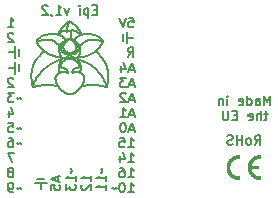
<source format=gbr>
%TF.GenerationSoftware,KiCad,Pcbnew,(6.0.8)*%
%TF.CreationDate,2022-11-05T21:02:43+01:00*%
%TF.ProjectId,epi,6570692e-6b69-4636-9164-5f7063625858,1_1*%
%TF.SameCoordinates,Original*%
%TF.FileFunction,Legend,Bot*%
%TF.FilePolarity,Positive*%
%FSLAX46Y46*%
G04 Gerber Fmt 4.6, Leading zero omitted, Abs format (unit mm)*
G04 Created by KiCad (PCBNEW (6.0.8)) date 2022-11-05 21:02:43*
%MOMM*%
%LPD*%
G01*
G04 APERTURE LIST*
%ADD10C,0.160000*%
%ADD11C,0.180000*%
%ADD12C,0.000000*%
G04 APERTURE END LIST*
D10*
X101790000Y-72520000D02*
X101290000Y-72520000D01*
X101790000Y-73020000D02*
X101790000Y-72520000D01*
X102090000Y-72220000D02*
X101490000Y-72220000D01*
X101790000Y-72520000D02*
X102290000Y-72520000D01*
D11*
X104009680Y-61625082D02*
X103944099Y-61611712D01*
X104957551Y-61842305D02*
X104953035Y-61852878D01*
X103369270Y-63105319D02*
X103384470Y-63144944D01*
X103937065Y-63176346D02*
X103971077Y-63182462D01*
X103633928Y-60624308D02*
X103601929Y-60656240D01*
X104362526Y-59780821D02*
X104365580Y-59861913D01*
X103080645Y-63427050D02*
X103064616Y-63460744D01*
X107288033Y-62479242D02*
X107324884Y-62566433D01*
X103807820Y-61334701D02*
X103841227Y-61366055D01*
X103126330Y-64349584D02*
X103306220Y-64403443D01*
X104025938Y-59718926D02*
X104002461Y-59730820D01*
X104464793Y-63152026D02*
X104466772Y-63160076D01*
X103027650Y-63733702D02*
X103032643Y-63777205D01*
X105037065Y-62608732D02*
X105034566Y-62637600D01*
X104645828Y-63160139D02*
X104608062Y-63163340D01*
X106622576Y-60444447D02*
X106489188Y-60420406D01*
X107487927Y-63404807D02*
X107488749Y-63530694D01*
X101274384Y-62314141D02*
X101231790Y-62395287D01*
X103969317Y-59717524D02*
X104002461Y-59730820D01*
X103273589Y-63237526D02*
X103237098Y-63259176D01*
X105095060Y-61530801D02*
X105078370Y-61583661D01*
X104094998Y-59687463D02*
X104072203Y-59697258D01*
X104470308Y-61624963D02*
X104535890Y-61611593D01*
X105060747Y-62308098D02*
X105086633Y-62372637D01*
X103099478Y-63394879D02*
X103080645Y-63427050D01*
X101468326Y-62013975D02*
X101416717Y-62085819D01*
X103512513Y-61821449D02*
X103517620Y-61831903D01*
X103306184Y-64403351D02*
X103363524Y-64475200D01*
X103572849Y-61370773D02*
X103547313Y-61327466D01*
X101446949Y-60546802D02*
X101585335Y-60508837D01*
X103973199Y-62918637D02*
X103985227Y-62934337D01*
X103466185Y-60834923D02*
X103444430Y-60874219D01*
X104025701Y-59347730D02*
X104016164Y-59405915D01*
X101099200Y-64408844D02*
X101579764Y-64315522D01*
X104932674Y-61327348D02*
X104953195Y-61281901D01*
X104943672Y-64664893D02*
X104885812Y-64719273D01*
X103702152Y-60564527D02*
X103667361Y-60593725D01*
X106905780Y-60818683D02*
X106872706Y-60871573D01*
X104240035Y-60327222D02*
X104254938Y-60329683D01*
X101099200Y-64408918D02*
X101146729Y-64274995D01*
X103401705Y-63184748D02*
X103355853Y-63200246D01*
X103340975Y-61838693D02*
X103382545Y-61832291D01*
X104962368Y-61831793D02*
X104957551Y-61842305D01*
X103636770Y-63162854D02*
X103727688Y-63161879D01*
X101819811Y-63120220D02*
X101967938Y-62964821D01*
X104008703Y-59466176D02*
X104003461Y-59528656D01*
X104135417Y-61713774D02*
X104142948Y-61689980D01*
X105506809Y-60573248D02*
X105451479Y-60610857D01*
X104352371Y-59619629D02*
X104352371Y-59619629D01*
X104930791Y-61928781D02*
X104929087Y-61939921D01*
X104045482Y-63185545D02*
X104041618Y-63189639D01*
X106987118Y-60408226D02*
X107013111Y-60454481D01*
X104353850Y-61736055D02*
X104344572Y-61713653D01*
X104971947Y-62127235D02*
X105002888Y-62185281D01*
X104827816Y-64769059D02*
X104769683Y-64814162D01*
X105795258Y-60442562D02*
X105736060Y-60461527D01*
X103384900Y-61530897D02*
X103401590Y-61583756D01*
X104926904Y-61997656D02*
X104927853Y-62009715D01*
X104031128Y-63196635D02*
X104028657Y-63197609D01*
X103462853Y-61813387D02*
X103501470Y-61800809D01*
X103356042Y-63065887D02*
X103369270Y-63105319D01*
X103471349Y-61745716D02*
X103501434Y-61800708D01*
X104240017Y-60327222D02*
X104240017Y-60327222D01*
X103878439Y-61394993D02*
X103919392Y-61421349D01*
X104672168Y-61334591D02*
X104638762Y-61365945D01*
X104509404Y-62984460D02*
X104499411Y-63004711D01*
X104577269Y-62078356D02*
X104622299Y-62102283D01*
X104938203Y-61895824D02*
X104935360Y-61906734D01*
X104926436Y-61985696D02*
X104926904Y-61997656D01*
X104946942Y-60923766D02*
X104923278Y-60869736D01*
X107388841Y-62751157D02*
X107415535Y-62849156D01*
X102982355Y-61821777D02*
X103075509Y-61836826D01*
X105439906Y-63821542D02*
X105430052Y-63866839D01*
X105035228Y-61691108D02*
X105008615Y-61745623D01*
X104972861Y-61810942D02*
X104967476Y-61821339D01*
X104541213Y-62931949D02*
X104530315Y-62948135D01*
X104926406Y-61973835D02*
X104846663Y-61968641D01*
X103442934Y-62608831D02*
X103445430Y-62637700D01*
X106894668Y-60508736D02*
X106757789Y-60474271D01*
X105078283Y-63184647D02*
X105078283Y-63184647D01*
X105404493Y-61836734D02*
X105313350Y-61844774D01*
X104465796Y-63099065D02*
X104464622Y-63106433D01*
X104302010Y-61508492D02*
X104239985Y-61515879D01*
X103032968Y-63570303D02*
X103027766Y-63609428D01*
X103829315Y-60553853D02*
X103897575Y-60504765D01*
X101319540Y-62235670D02*
X101274384Y-62314141D01*
X105476805Y-59931776D02*
X105579110Y-59924891D01*
X104641234Y-59122870D02*
X104724543Y-59194238D01*
X107011672Y-62013879D02*
X107063281Y-62085723D01*
X103203649Y-63282743D02*
X103173201Y-63308163D01*
X104708197Y-61546782D02*
X104757110Y-61517734D01*
X105128261Y-61180288D02*
X105131915Y-61228018D01*
X105452343Y-63733605D02*
X105447350Y-63777109D01*
X104044079Y-62020368D02*
X103996138Y-62037239D01*
X104937408Y-60723922D02*
X104964634Y-60759694D01*
X104597473Y-61593948D02*
X104654947Y-61572265D01*
X105058996Y-64542716D02*
X105001400Y-64606011D01*
X103557401Y-59708208D02*
X103580644Y-59699420D01*
X103898563Y-60438080D02*
X103875804Y-60449934D01*
X102408151Y-61601452D02*
X102503262Y-61652121D01*
X104091519Y-64987034D02*
X104121112Y-64991259D01*
X104463432Y-63142715D02*
X104464793Y-63152026D01*
X106936457Y-60765205D02*
X106905780Y-60818683D01*
X104017432Y-62989787D02*
X104026748Y-63011261D01*
X105017145Y-61813296D02*
X104978527Y-61800718D01*
X101543544Y-60765293D02*
X101574222Y-60818770D01*
X103825042Y-61572384D02*
X103771792Y-61546900D01*
X103841227Y-61366055D02*
X103878439Y-61394993D01*
X103503360Y-61030979D02*
X103515300Y-60977671D01*
X101690097Y-61741728D02*
X101576556Y-61875291D01*
X102222490Y-61485829D02*
X102314400Y-61545919D01*
X105880749Y-61697527D02*
X105784364Y-61737548D01*
X104476654Y-59616657D02*
X104446193Y-59615525D01*
X104841475Y-61449898D02*
X104876701Y-61411584D01*
X104671051Y-60373974D02*
X104724018Y-60294604D01*
X104926897Y-61962445D02*
X104926434Y-61973835D01*
X106133392Y-64234861D02*
X105991022Y-64240248D01*
X107415535Y-62849156D02*
X107438431Y-62951222D01*
X104983541Y-61135089D02*
X104982874Y-61083453D01*
X104056973Y-61828839D02*
X104073518Y-61812743D01*
X104290664Y-59628479D02*
X104269724Y-59632571D01*
X103948984Y-62056668D02*
X103902799Y-62078448D01*
X104471385Y-63074500D02*
X104471385Y-63074500D01*
X105290569Y-60749196D02*
X105238691Y-60804289D01*
X102743943Y-60461627D02*
X102802406Y-60484036D01*
X104389184Y-58948969D02*
X104444980Y-58983113D01*
X104336246Y-60368267D02*
X104240017Y-60327222D01*
X104953035Y-61852878D02*
X104948830Y-61863515D01*
X105124135Y-63200146D02*
X105166828Y-63217761D01*
X103489842Y-60796767D02*
X103466185Y-60834923D01*
X103859208Y-62834140D02*
X103874828Y-62841289D01*
X106789901Y-61741631D02*
X106903442Y-61875194D01*
X103173201Y-63308163D02*
X103145717Y-63335370D01*
X105027627Y-62664904D02*
X105016065Y-62690437D01*
X104932885Y-61917719D02*
X104930791Y-61928781D01*
X107475091Y-63799083D02*
X107460199Y-63942050D01*
X104240017Y-60327222D02*
X104312156Y-60368467D01*
X105002888Y-62185281D02*
X105032660Y-62245607D01*
X104462844Y-63132065D02*
X104463031Y-63137562D01*
X103827171Y-62822143D02*
X103859208Y-62834140D01*
X106964630Y-60711209D02*
X106936457Y-60765205D01*
X106489188Y-60420406D02*
X106357783Y-60403289D01*
X107413261Y-64246689D02*
X107380802Y-64408826D01*
X101367053Y-62159640D02*
X101319540Y-62235670D01*
X103622245Y-60762011D02*
X103664343Y-60708675D01*
X102798249Y-62377840D02*
X102978695Y-62290922D01*
X104447401Y-64974477D02*
X104417881Y-64981371D01*
X103076724Y-63959856D02*
X103093575Y-64007349D01*
X103401705Y-63184748D02*
X103401705Y-63184748D01*
X103931692Y-60545810D02*
X103885434Y-60592354D01*
X104931255Y-62034141D02*
X104933740Y-62046513D01*
X104358727Y-64991161D02*
X104329092Y-64994035D01*
X104415334Y-59615615D02*
X104384065Y-59616969D01*
X103027766Y-63609428D02*
X103025172Y-63649748D01*
X103444695Y-62578604D02*
X103442934Y-62608831D01*
X103322166Y-62649063D02*
X103315039Y-62722107D01*
X105855169Y-60426898D02*
X105795258Y-60442562D01*
X106760185Y-61026036D02*
X106718604Y-61075892D01*
X106197942Y-59989619D02*
X106390396Y-60044224D01*
X103121155Y-63364297D02*
X103099478Y-63394879D01*
X103423192Y-61823869D02*
X103462853Y-61813387D01*
X104248592Y-59637254D02*
X104227264Y-59642536D01*
X104039268Y-61843803D02*
X104056973Y-61828839D01*
X105977054Y-60404901D02*
X105915774Y-60414392D01*
X101420429Y-63681769D02*
X101481935Y-63577461D01*
X105116464Y-64475099D02*
X105058996Y-64542716D01*
X103040086Y-63821639D02*
X103049941Y-63866935D01*
X100997722Y-63284244D02*
X100992073Y-63404902D01*
X105119076Y-61426991D02*
X105108601Y-61478566D01*
X104089403Y-60361732D02*
X104064822Y-60369422D01*
X105056808Y-61823777D02*
X105017145Y-61813296D01*
X104755828Y-61958462D02*
X104708203Y-61950639D01*
X103996138Y-62037239D02*
X103948984Y-62056668D01*
X103627053Y-60161538D02*
X103552404Y-60107137D01*
X101678845Y-63290794D02*
X101819811Y-63120220D01*
X100991251Y-63530789D02*
X100995461Y-63662137D01*
X104812595Y-60593633D02*
X104846029Y-60624216D01*
X103538585Y-61885094D02*
X103541786Y-61895932D01*
X104727303Y-61265294D02*
X104701704Y-61300985D01*
X107488749Y-63530694D02*
X107484539Y-63662042D01*
X105078370Y-61583661D02*
X105058453Y-61637109D01*
X103522438Y-61842415D02*
X103526954Y-61852988D01*
X107112945Y-62159543D02*
X107160458Y-62235573D01*
X103460523Y-59575939D02*
X103513687Y-59502198D01*
X105095519Y-63144843D02*
X105078283Y-63184647D01*
X105562951Y-60539653D02*
X105506809Y-60573248D01*
X103539634Y-62071686D02*
X103539634Y-62071686D01*
X104846029Y-60624216D02*
X104878027Y-60656148D01*
X104072203Y-59697258D02*
X104049184Y-59707742D01*
X103511398Y-61234669D02*
X103501245Y-61185652D01*
X101574222Y-60818770D02*
X101607296Y-60871661D01*
D10*
X99109048Y-62767000D02*
X99609048Y-62767000D01*
D11*
X104651853Y-59646708D02*
X104594802Y-59632543D01*
X104367176Y-59946006D02*
X104367277Y-60035100D01*
X101585335Y-60508837D02*
X101722214Y-60474372D01*
X104712222Y-60604245D02*
X104650672Y-60553740D01*
X103944133Y-64946030D02*
X103973534Y-64956843D01*
X104114152Y-60354591D02*
X104089403Y-60361732D01*
X101611206Y-63382108D02*
X101678845Y-63290794D01*
X104337040Y-61689860D02*
X104331352Y-61664633D01*
X102503262Y-61652121D02*
X102599251Y-61697619D01*
X104933740Y-62046513D02*
X104936768Y-62058994D01*
X104002973Y-64966362D02*
X104032450Y-64974574D01*
X104499825Y-61882199D02*
X104479223Y-61870374D01*
X106872706Y-60871573D02*
X106837344Y-60923808D01*
X104358212Y-60352427D02*
X104358212Y-60352427D01*
X105687353Y-64275476D02*
X105524621Y-64307169D01*
X103501642Y-62735473D02*
X103528165Y-62754460D01*
X105019752Y-62514803D02*
X105029476Y-62547127D01*
X104622299Y-62102283D02*
X104665995Y-62128148D01*
X103210837Y-64252492D02*
X103240616Y-64302596D01*
X104999699Y-62713994D02*
X104978345Y-62735368D01*
X104499411Y-63004711D02*
X104489737Y-63026431D01*
X104081781Y-59132921D02*
X104065354Y-59184217D01*
X103664343Y-60708675D02*
X103712812Y-60656046D01*
X103032643Y-63777205D02*
X103040086Y-63821639D01*
X102502950Y-60405002D02*
X102564230Y-60414493D01*
X103964020Y-61444957D02*
X104012258Y-61465652D01*
X105497647Y-61821685D02*
X105404493Y-61836734D01*
X103973534Y-64956843D02*
X104002973Y-64966362D01*
X103996633Y-62951387D02*
X104007381Y-62969849D01*
X105976737Y-61652029D02*
X105880749Y-61697527D01*
X103547103Y-61917826D02*
X103549198Y-61928887D01*
X103580644Y-59699420D02*
X103604397Y-59691768D01*
X103028524Y-60610957D02*
X103083020Y-60652723D01*
X102346608Y-64234964D02*
X102488977Y-64240350D01*
X104587556Y-62879064D02*
X104575576Y-62890619D01*
X104858059Y-62279358D02*
X104889911Y-62312533D01*
X103515300Y-60977671D02*
X103533045Y-60923883D01*
X103103515Y-59944621D02*
X103003194Y-59931869D01*
X104142948Y-61689980D02*
X104148636Y-61664752D01*
X102955377Y-64307270D02*
X103126330Y-64349584D01*
X103136663Y-60698789D02*
X103189434Y-60749297D01*
X106990192Y-60656762D02*
X106964630Y-60711209D01*
X103310350Y-59884753D02*
X103348230Y-59847976D01*
X106629976Y-61172747D02*
X106583145Y-61219609D01*
X106071848Y-61601361D02*
X105976737Y-61652029D01*
X101155114Y-62566529D02*
X101121443Y-62657089D01*
X102046121Y-61353199D02*
X102046121Y-61353199D01*
X103517620Y-61831903D02*
X103522438Y-61842415D01*
X103306184Y-64403351D02*
X103306184Y-64403351D01*
X104269705Y-64995683D02*
X104239953Y-64994434D01*
X103550690Y-62021980D02*
X103548733Y-62034246D01*
X104535890Y-61611593D02*
X104597473Y-61593948D01*
X101607296Y-60871661D02*
X101642658Y-60923896D01*
X105065119Y-59628269D02*
X105102475Y-59699351D01*
D10*
X109063810Y-60220000D02*
X109063810Y-59720000D01*
D11*
X103335241Y-62987663D02*
X103344720Y-63026664D01*
X104463031Y-63137562D02*
X104463432Y-63142715D01*
X103410204Y-59651032D02*
X103460523Y-59575939D01*
X107438431Y-62951222D02*
X107457324Y-63057588D01*
X102978695Y-62290922D02*
X103162752Y-62211655D01*
X105073022Y-60955999D02*
X105088606Y-60998505D01*
X104118596Y-59034293D02*
X104099575Y-59082994D01*
X103685408Y-61016734D02*
X103686019Y-61061461D01*
X104637864Y-62842444D02*
X104624947Y-62850272D01*
X103819842Y-61940676D02*
X103867548Y-61927941D01*
X103755980Y-60294696D02*
X103695130Y-60223956D01*
X104189262Y-60336518D02*
X104164095Y-60341978D01*
X103496446Y-61135207D02*
X103497113Y-61083570D01*
X103526792Y-61282019D02*
X103511398Y-61234669D01*
X104035291Y-63034335D02*
X104043022Y-63059071D01*
X102089603Y-60044314D02*
X101912797Y-60111340D01*
X103393356Y-62372737D02*
X103370189Y-62439209D01*
X104650672Y-60553740D02*
X104582413Y-60504652D01*
X105592332Y-61799933D02*
X105497647Y-61821685D01*
X104000765Y-61870507D02*
X104020499Y-61857678D01*
X105122023Y-61133435D02*
X105128261Y-61180288D01*
X103371357Y-61478661D02*
X103384900Y-61530897D01*
X103526954Y-61852988D02*
X103531158Y-61863624D01*
X104148636Y-61664752D02*
X104152383Y-61638047D01*
X105399346Y-63426951D02*
X105415374Y-63460645D01*
X103958791Y-61893202D02*
X103980163Y-61882334D01*
X104496994Y-60499885D02*
X104548297Y-60545700D01*
X104506731Y-59618967D02*
X104476654Y-59616657D01*
X102282058Y-59989710D02*
X102089603Y-60044314D01*
X103237167Y-59964051D02*
X103276211Y-59883988D01*
X102122221Y-60403390D02*
X102251484Y-60394339D01*
X103550902Y-61940026D02*
X103552203Y-61951245D01*
X107283254Y-64146252D02*
X107230812Y-64022737D01*
X104400843Y-61633820D02*
X104470308Y-61624963D01*
X107484539Y-63662042D02*
X107475091Y-63799083D01*
D10*
X99609048Y-61467000D02*
X99609048Y-60967000D01*
D11*
X104530315Y-62948135D02*
X104519708Y-62965620D01*
X107230812Y-64022737D02*
X107176008Y-63904227D01*
X103313215Y-62796505D02*
X103314453Y-62834176D01*
X105787057Y-59927498D02*
X105995081Y-59949892D01*
X103539634Y-62071686D02*
X103508042Y-62127336D01*
X101722214Y-60474372D02*
X101857428Y-60444548D01*
X102046121Y-61353190D02*
X101807303Y-61611429D01*
X104882530Y-62784333D02*
X104821792Y-62792115D01*
X105008159Y-60060349D02*
X105093986Y-60021058D01*
X105035527Y-60874128D02*
X105055303Y-60914529D01*
X104924372Y-59411437D02*
X104976833Y-59484074D01*
X104711411Y-64854491D02*
X104652997Y-64889956D01*
X104626621Y-60462281D02*
X104671051Y-60373974D01*
X104802241Y-61964347D02*
X104755828Y-61958462D01*
X103569706Y-59429855D02*
X103628592Y-59358952D01*
X104459489Y-61857546D02*
X104440721Y-61843673D01*
X103162752Y-62211655D02*
X103349913Y-62138966D01*
X104037173Y-59291480D02*
X104025701Y-59347730D01*
X103512356Y-59728998D02*
X103534645Y-59718083D01*
X104951820Y-62754353D02*
X104919943Y-62770743D01*
X103697431Y-60924665D02*
X103689191Y-60971080D01*
X106347095Y-61421395D02*
X106257508Y-61485737D01*
X103469004Y-63174609D02*
X103548945Y-63167206D01*
X106390396Y-60044224D02*
X106567203Y-60111251D01*
X103075509Y-61836826D02*
X103166651Y-61844866D01*
X104882530Y-62784333D02*
X104882530Y-62784333D01*
X104654947Y-61572265D02*
X104708197Y-61546782D01*
X105306788Y-63308064D02*
X105334273Y-63335270D01*
X105367314Y-64055344D02*
X105345996Y-64103970D01*
X103351696Y-61180380D02*
X103348042Y-61228111D01*
X103695130Y-60223956D02*
X103627053Y-60161538D01*
X104741734Y-60536657D02*
X104777804Y-60564435D01*
D10*
X109563810Y-60220000D02*
X109063810Y-60220000D01*
D11*
X101492881Y-60408316D02*
X101466887Y-60454571D01*
X103700159Y-61147474D02*
X103713558Y-61188428D01*
X104652997Y-64889956D02*
X104594439Y-64920467D01*
X101719818Y-61026124D02*
X101761399Y-61075981D01*
X107063281Y-62085723D02*
X107112945Y-62159543D01*
X105152450Y-62948799D02*
X105144748Y-62987562D01*
X105023494Y-59556430D02*
X105065119Y-59628269D01*
X103391351Y-60998597D02*
X103377842Y-61042599D01*
X101807303Y-61611429D02*
X101690097Y-61741728D01*
X105386417Y-64007252D02*
X105367314Y-64055344D01*
X103357934Y-61133527D02*
X103351696Y-61180380D01*
X104707703Y-59664565D02*
X104651853Y-59646708D01*
X105088606Y-60998505D02*
X105088606Y-60998505D01*
X103093575Y-64007349D02*
X103112679Y-64055441D01*
X102624835Y-60426999D02*
X102684746Y-60442663D01*
X106837344Y-60923808D02*
X106799801Y-60975318D01*
X104054066Y-63170315D02*
X104052571Y-63173993D01*
X103594142Y-64719371D02*
X103652124Y-64769157D01*
X105102475Y-59699351D02*
X105136325Y-59769437D01*
X104638762Y-61365945D02*
X104601549Y-61394883D01*
X104791956Y-62796124D02*
X104762573Y-62800814D01*
X103501245Y-61185652D02*
X103496446Y-61135207D01*
X103816907Y-63164605D02*
X103859381Y-63167458D01*
X104057491Y-63157147D02*
X104056551Y-63161907D01*
X103590126Y-62312626D02*
X103560882Y-62346299D01*
X103157488Y-64153162D02*
X103183115Y-64202659D01*
X104311417Y-59624965D02*
X104290664Y-59628479D01*
X104650993Y-62835408D02*
X104637864Y-62842444D01*
X104240049Y-61982587D02*
X104190790Y-61987165D01*
X103534435Y-62380262D02*
X103510966Y-62414309D01*
X104000579Y-59593495D02*
X104000198Y-59660836D01*
X106906360Y-60317054D02*
X106951316Y-60362315D01*
X104227264Y-59642536D02*
X104205738Y-59648431D01*
X103445430Y-62637700D02*
X103452366Y-62665005D01*
X104519708Y-62965620D02*
X104509404Y-62984460D01*
X103513687Y-59502198D02*
X103569706Y-59429855D01*
X102283649Y-62695251D02*
X102450219Y-62578929D01*
X104703705Y-60734595D02*
X104730432Y-60782399D01*
X104052571Y-63173993D02*
X104050941Y-63177339D01*
X103621982Y-62279451D02*
X103590126Y-62312626D01*
X104967476Y-61821339D02*
X104962368Y-61831793D01*
X103553552Y-61985798D02*
X103553084Y-61997758D01*
X104784868Y-60223863D02*
X104852945Y-60161445D01*
X107358555Y-62656993D02*
X107388841Y-62751157D01*
X104908513Y-60689396D02*
X104937408Y-60723922D01*
X102132903Y-61421486D02*
X102222490Y-61485829D01*
X103899634Y-63171358D02*
X103937065Y-63176346D01*
X105501303Y-62290827D02*
X105317245Y-62211561D01*
X104560597Y-61421239D02*
X104515969Y-61444847D01*
D10*
X108763810Y-59920000D02*
X108763810Y-60520000D01*
D11*
X104733713Y-62806636D02*
X104705448Y-62814041D01*
X103692803Y-62215415D02*
X103656269Y-62246978D01*
X104921303Y-59766116D02*
X104869151Y-59736892D01*
X104331352Y-61664633D02*
X104327606Y-61637928D01*
X103553084Y-61997758D02*
X103552136Y-62009818D01*
X103822549Y-59155335D02*
X103893004Y-59090639D01*
X103980163Y-61882334D02*
X104000765Y-61870507D01*
X104464622Y-63106433D02*
X104463759Y-63113407D01*
X103704930Y-59673480D02*
X103731551Y-59672229D01*
X103366676Y-61087588D02*
X103357934Y-61133527D01*
X100992073Y-63404902D02*
X100991251Y-63530789D01*
X103755003Y-59221648D02*
X103822549Y-59155335D01*
X104469210Y-63166945D02*
X104471951Y-63172711D01*
X101680202Y-60975406D02*
X101719818Y-61026124D01*
X103571444Y-60689487D02*
X103542549Y-60724014D01*
X103633326Y-61968776D02*
X103677747Y-61964487D01*
X106900240Y-64315418D02*
X106779250Y-64293182D01*
X106801154Y-63290701D02*
X106660188Y-63120126D01*
X102900888Y-59924984D02*
X102797253Y-59923660D01*
X104599784Y-62868525D02*
X104587556Y-62879064D01*
X103541786Y-61895932D02*
X103544629Y-61906842D01*
X105579110Y-59924891D02*
X105682746Y-59923568D01*
X104463759Y-63113407D02*
X104463189Y-63119997D01*
X103382545Y-61832291D02*
X103423192Y-61823869D01*
X104948830Y-61863515D02*
X104944949Y-61874216D01*
X106228520Y-60394238D02*
X106101557Y-60394395D01*
X107013111Y-60454481D02*
X107028640Y-60500772D01*
X105313350Y-61844774D02*
X105224701Y-61845499D01*
X104041618Y-63189639D02*
X104037806Y-63192771D01*
X101099200Y-64408918D02*
X101099200Y-64408918D01*
X106868793Y-63382015D02*
X106801154Y-63290701D01*
X104482790Y-63186320D02*
X104484683Y-63187752D01*
X103377842Y-61042599D02*
X103366676Y-61087588D01*
X104239971Y-60327332D02*
X104167832Y-60368577D01*
X105135268Y-63026563D02*
X105123947Y-63065786D01*
X104204110Y-58848920D02*
X104268845Y-58881842D01*
X103112679Y-64055441D02*
X103133996Y-64104068D01*
X103255301Y-61845590D02*
X103340975Y-61838693D01*
X103510966Y-62414309D02*
X103490659Y-62448236D01*
X104885812Y-64719273D02*
X104827816Y-64769059D01*
X104752440Y-60830104D02*
X104769793Y-60877544D01*
X104427867Y-60373536D02*
X104462152Y-60385718D01*
X103552404Y-60107137D02*
X103471839Y-60060443D01*
X104476883Y-64966265D02*
X104447401Y-64974477D01*
X104180416Y-64995645D02*
X104210128Y-64995782D01*
X104594555Y-60592245D02*
X104635832Y-60639352D01*
X104360686Y-61497530D02*
X104302010Y-61508492D01*
X107380802Y-64408826D02*
X107333272Y-64274903D01*
X105166556Y-62759044D02*
X105166773Y-62796405D01*
X104531087Y-62056576D02*
X104577269Y-62078356D01*
X104444980Y-58983113D02*
X104497987Y-59017605D01*
X103460258Y-62514899D02*
X103450531Y-62547225D01*
X105078237Y-63184601D02*
X105012386Y-63174051D01*
X104121919Y-58906702D02*
X104204110Y-58848920D01*
X102209593Y-64236496D02*
X102346608Y-64234964D01*
X103885443Y-64920564D02*
X103944133Y-64946030D01*
X104054675Y-60411790D02*
X104143742Y-60368378D01*
X104328920Y-60344944D02*
X104343590Y-60348587D01*
X103424654Y-60914620D02*
X103406935Y-60956091D01*
X104126139Y-61736177D02*
X104135417Y-61713774D01*
X105238691Y-60804289D02*
X105187725Y-60864110D01*
X104769683Y-64814162D02*
X104711411Y-64854491D01*
X103808947Y-60374066D02*
X103755980Y-60294696D01*
X103292277Y-60864211D02*
X103342311Y-60928902D01*
X105006319Y-62481738D02*
X105019752Y-62514803D01*
X103350257Y-62507498D02*
X103334077Y-62577488D01*
X103874828Y-62841289D02*
X103890133Y-62849288D01*
X103560042Y-62770852D02*
X103597454Y-62784443D01*
X101912797Y-60111340D02*
X101756880Y-60188334D01*
X105132903Y-61276589D02*
X105131147Y-61325966D01*
X104626621Y-60462189D02*
X104626621Y-60462189D01*
X103966376Y-59027606D02*
X104042678Y-58966278D01*
X103919392Y-61421349D02*
X103964020Y-61444957D01*
X104016164Y-59405915D02*
X104008703Y-59466176D01*
X104239971Y-60327332D02*
X104239971Y-60327332D01*
X103183115Y-64202659D02*
X103210837Y-64252492D01*
X101688393Y-60229801D02*
X101627095Y-60272840D01*
X104972807Y-59797332D02*
X104921303Y-59766116D01*
X104384065Y-59616969D02*
X104352371Y-59619629D01*
X106672695Y-61611331D02*
X106789901Y-61741631D01*
X103444734Y-61691202D02*
X103471349Y-61745716D01*
X105173805Y-64403251D02*
X105116464Y-64475099D01*
X105129732Y-62507397D02*
X105145911Y-62577387D01*
X105995081Y-59949892D02*
X106197942Y-59989619D01*
X107033048Y-60546793D02*
X107033048Y-60546793D01*
X104026748Y-63011261D02*
X104035291Y-63034335D01*
X104865347Y-59338760D02*
X104924372Y-59411437D01*
X104762573Y-62800814D02*
X104733713Y-62806636D01*
X104393208Y-60362433D02*
X104427867Y-60373536D01*
X104536440Y-59622413D02*
X104506731Y-59618967D01*
X104299418Y-64995546D02*
X104269705Y-64995683D01*
X105454846Y-63691097D02*
X105452343Y-63733605D01*
X103507128Y-61811052D02*
X103512513Y-61821449D01*
X104058656Y-63134041D02*
X104058803Y-63140457D01*
X103752686Y-61265404D02*
X103778285Y-61301095D01*
X104664325Y-62829105D02*
X104650993Y-62835408D01*
X104964687Y-60977554D02*
X104946942Y-60923766D01*
X104055401Y-63166292D02*
X104054066Y-63170315D01*
X103628680Y-59685300D02*
X103653516Y-59680064D01*
X105681749Y-62377744D02*
X105501303Y-62290827D01*
X104666065Y-60485499D02*
X104704461Y-60510333D01*
X106484988Y-61309857D02*
X106433877Y-61353107D01*
X103025146Y-63691194D02*
X103027650Y-63733702D01*
X105784364Y-61737548D02*
X105688064Y-61771786D01*
X103544629Y-61906842D02*
X103547103Y-61917826D01*
X103689191Y-60971080D02*
X103685408Y-61016734D01*
X104064040Y-61483268D02*
X104119302Y-61497640D01*
X104064822Y-60369422D02*
X104040421Y-60377653D01*
X104467731Y-61465542D02*
X104415948Y-61483158D01*
X104535735Y-64945933D02*
X104506328Y-64956747D01*
X104152383Y-61638047D02*
X104152383Y-61638047D01*
X102973194Y-60573348D02*
X103028524Y-60610957D01*
X103273387Y-59923572D02*
X103310350Y-59884753D01*
X105428637Y-63495796D02*
X105439174Y-63532338D01*
X103321550Y-62910388D02*
X103327539Y-62948900D01*
X104927785Y-61951142D02*
X104926897Y-61962445D01*
X104329092Y-64994035D02*
X104299418Y-64995546D01*
X105276340Y-63282643D02*
X105306788Y-63308064D01*
X104052423Y-63094884D02*
X104054485Y-63103709D01*
X101528683Y-60362404D02*
X101492881Y-60408316D01*
X104552396Y-62917006D02*
X104541213Y-62931949D01*
X103690958Y-61105096D02*
X103700159Y-61147474D01*
X105167435Y-59838290D02*
X105224493Y-59971338D01*
X103478576Y-64606111D02*
X103536293Y-64664993D01*
X105353668Y-64349483D02*
X105173777Y-64403342D01*
X103875804Y-60449934D02*
X103853335Y-60462281D01*
D10*
X99609048Y-62767000D02*
X99609048Y-62267000D01*
D11*
X104463189Y-63119997D02*
X104462890Y-63126213D01*
X104594802Y-59632543D02*
X104565792Y-59626953D01*
X104563853Y-62903248D02*
X104552396Y-62917006D01*
X103531158Y-61863624D02*
X103535039Y-61874325D01*
X104507331Y-60457219D02*
X104425313Y-60411678D01*
X105109800Y-62439108D02*
X105129732Y-62507397D01*
X103597454Y-62784443D02*
X103597454Y-62784443D01*
X103853376Y-60462372D02*
X103808947Y-60374066D01*
X104471951Y-63172711D02*
X104474837Y-63177453D01*
D10*
X109063810Y-60220000D02*
X109063810Y-60720000D01*
D11*
X103452366Y-62665005D02*
X103463925Y-62690539D01*
X103497113Y-61083570D02*
X103503360Y-61030979D01*
X104150744Y-64994133D02*
X104180416Y-64995645D01*
X105013772Y-60834832D02*
X105035527Y-60874128D01*
X105682746Y-59923568D02*
X105787057Y-59927498D01*
X104028657Y-63197609D02*
X104026443Y-63198243D01*
X103313161Y-63217861D02*
X103273589Y-63237526D01*
X104362832Y-60236304D02*
X104358207Y-60352417D01*
X105736060Y-60461527D02*
X105677597Y-60483935D01*
X101489808Y-60656851D02*
X101515370Y-60711297D01*
X101990816Y-60420506D02*
X102122221Y-60403390D01*
X104099575Y-59082994D02*
X104081781Y-59132921D01*
X105296876Y-64202561D02*
X105269153Y-64252394D01*
X100995461Y-63662137D02*
X101004910Y-63799178D01*
X104057337Y-63119839D02*
X104058176Y-63127173D01*
X102797253Y-59923660D02*
X102692942Y-59927590D01*
X105110718Y-63105218D02*
X105095519Y-63144843D01*
X105008615Y-61745623D02*
X104978532Y-61800617D01*
X104466772Y-63160076D02*
X104469210Y-63166945D01*
X107028640Y-60500772D02*
X107033048Y-60546793D01*
X104724543Y-59194238D02*
X104798992Y-59266281D01*
X103543221Y-62059097D02*
X103541498Y-62065378D01*
X106660188Y-63120126D02*
X106512061Y-62964727D01*
X104139930Y-59669894D02*
X104117572Y-59678345D01*
X102378447Y-60394496D02*
X102502950Y-60405002D01*
X105334273Y-63335270D02*
X105358835Y-63364198D01*
X103971077Y-63182462D02*
X104001069Y-63189748D01*
X101945221Y-61265426D02*
X101995011Y-61309949D01*
X105224493Y-59971347D02*
X105124543Y-59899516D01*
X104101000Y-60411212D02*
X104039409Y-60455074D01*
X105991022Y-64240248D02*
X105842582Y-64253477D01*
X104435997Y-62020277D02*
X104483936Y-62037147D01*
X104007381Y-62969849D02*
X104017432Y-62989787D01*
X104479223Y-61870374D02*
X104459489Y-61857546D01*
X102488977Y-64240350D02*
X102637417Y-64253579D01*
X103362719Y-59727434D02*
X103410204Y-59651032D01*
X104521198Y-61893065D02*
X104499825Y-61882199D01*
X103933773Y-62879012D02*
X103947434Y-62891037D01*
X103857766Y-62102374D02*
X103814067Y-62128240D01*
X102484918Y-59949984D02*
X102282058Y-59989710D01*
X103334077Y-62577488D02*
X103322166Y-62649063D01*
X104058196Y-63151995D02*
X104057491Y-63157147D01*
X101576556Y-61875291D02*
X101468326Y-62013975D01*
X105093986Y-60021058D02*
X105184420Y-59988862D01*
X106656489Y-64273236D02*
X106531239Y-64256505D01*
X105102115Y-61042508D02*
X105113281Y-61087496D01*
X105032660Y-62245607D02*
X105060747Y-62308098D01*
X104184009Y-59654948D02*
X104162074Y-59662099D01*
X105677597Y-60483935D02*
X105619887Y-60509930D01*
X104757110Y-61517734D02*
X104801574Y-61485361D01*
X104919943Y-62770743D02*
X104882530Y-62784333D01*
X104768716Y-63157046D02*
X104726658Y-63157060D01*
X101804838Y-61124909D02*
X101850026Y-61172838D01*
X106852905Y-60272751D02*
X106906360Y-60317054D01*
X101545549Y-63477619D02*
X101611206Y-63382108D01*
X103315039Y-62722107D02*
X103313432Y-62759144D01*
X103597454Y-62784443D02*
X103727452Y-62800066D01*
X103603287Y-61411703D02*
X103572849Y-61370773D01*
X103874666Y-59688294D02*
X103905442Y-59696309D01*
X104423015Y-61828711D02*
X104406471Y-61812616D01*
X105343340Y-60698688D02*
X105290569Y-60749196D01*
X103419241Y-62308198D02*
X103393356Y-62372737D01*
X104000198Y-59660836D02*
X104002461Y-59730820D01*
X104672193Y-60686857D02*
X104703705Y-60734595D01*
X105447023Y-63570205D02*
X105452226Y-63609331D01*
X105206400Y-63237426D02*
X105242891Y-63259075D01*
X103844157Y-60639462D02*
X103807795Y-60686967D01*
X103384470Y-63144944D02*
X103401705Y-63184748D01*
X105380512Y-63394780D02*
X105399346Y-63426951D01*
X105187725Y-60864110D02*
X105137692Y-60928801D01*
X107472009Y-63168486D02*
X107482278Y-63284148D01*
X103775495Y-60510425D02*
X103738223Y-60536748D01*
X103480289Y-62714097D02*
X103501642Y-62735473D01*
X103145717Y-63335370D02*
X103121155Y-63364297D01*
X105126565Y-61376112D02*
X105119076Y-61426991D01*
X104240031Y-61982496D02*
X104289289Y-61987073D01*
X104529446Y-60413248D02*
X104562379Y-60428561D01*
X102860116Y-60510030D02*
X102917052Y-60539754D01*
X104344572Y-61713653D02*
X104337040Y-61689860D01*
X104312156Y-60368467D02*
X104378989Y-60411103D01*
X104919150Y-62346205D02*
X104945592Y-62380167D01*
X101446949Y-60546885D02*
X101446949Y-60546885D01*
X103348810Y-61326061D02*
X103353393Y-61376207D01*
X104801574Y-61485361D02*
X104841475Y-61449898D01*
X103786731Y-59674046D02*
X103815332Y-59677211D01*
X103914125Y-61912231D02*
X103958791Y-61893202D01*
X104964634Y-60759694D02*
X104990115Y-60796675D01*
X104119302Y-61497640D02*
X104177978Y-61508602D01*
X105108601Y-61478566D02*
X105095060Y-61530801D01*
X104358212Y-60352427D02*
X104393208Y-60362433D01*
X103727452Y-62800066D02*
X103760989Y-62805606D01*
X105207578Y-64352805D02*
X105173805Y-64403251D01*
X103771885Y-62155840D02*
X103731403Y-62184967D01*
X105415374Y-63460645D02*
X105428637Y-63495796D01*
X105055303Y-60914529D02*
X105073022Y-60955999D01*
X101948763Y-64256610D02*
X102077217Y-64244020D01*
X101064464Y-62849252D02*
X101041568Y-62951318D01*
X104969057Y-62414215D02*
X104989360Y-62448140D01*
X103549198Y-61928887D02*
X103550902Y-61940026D01*
X103776284Y-60734705D02*
X103749557Y-60782509D01*
X104685528Y-63158068D02*
X104645828Y-63160139D01*
X101451358Y-60500863D02*
X101446949Y-60546885D01*
X103893004Y-59090639D02*
X103966376Y-59027606D01*
X103401742Y-63184739D02*
X103433489Y-63179353D01*
X103604397Y-59691768D02*
X103628680Y-59685300D01*
X101146729Y-64274995D02*
X101196747Y-64146343D01*
X106029779Y-62578834D02*
X105858077Y-62473388D01*
X103003194Y-59931869D02*
X102900888Y-59924984D01*
X102917052Y-60539754D02*
X102973194Y-60573348D01*
X105439174Y-63532338D02*
X105447023Y-63570205D01*
X103348042Y-61228111D02*
X103347054Y-61276683D01*
X106402783Y-64243916D02*
X106270407Y-64236392D01*
X103897575Y-60504765D02*
X103972657Y-60457331D01*
X104565864Y-61912092D02*
X104521198Y-61893065D01*
X103653516Y-59680064D02*
X103678925Y-59676108D01*
X103815332Y-59677211D02*
X103844637Y-59681944D01*
X101466965Y-60602024D02*
X101489808Y-60656851D01*
X103710196Y-60877654D02*
X103697431Y-60924665D01*
X101004910Y-63799178D02*
X101019802Y-63942144D01*
X104496025Y-60398962D02*
X104529446Y-60413248D01*
X103420987Y-64542817D02*
X103478576Y-64606111D01*
X105164949Y-62722007D02*
X105166556Y-62759044D01*
X105016065Y-62690437D02*
X104999699Y-62713994D01*
X101573640Y-60317143D02*
X101528683Y-60362404D01*
X103025172Y-63649748D02*
X103025146Y-63691194D01*
X103536293Y-64664993D02*
X103594142Y-64719371D01*
X107033053Y-60546701D02*
X106894668Y-60508736D01*
X105278804Y-59963454D02*
X105376484Y-59944528D01*
X101019802Y-63942144D02*
X101040344Y-64091268D01*
X104056115Y-63112022D02*
X104057337Y-63119839D01*
X104040421Y-60377653D02*
X104016214Y-60386420D01*
X104141587Y-61995125D02*
X104092622Y-62006261D01*
X104704461Y-60510333D02*
X104741734Y-60536657D01*
X104594439Y-64920467D02*
X104535735Y-64945933D01*
X104968589Y-61234550D02*
X104978742Y-61185534D01*
X107160458Y-62235573D02*
X107205614Y-62314045D01*
X103040818Y-63532436D02*
X103032968Y-63570303D01*
X103859381Y-63167458D02*
X103899634Y-63171358D01*
X104582413Y-60504652D02*
X104507331Y-60457219D01*
X107439658Y-64091175D02*
X107413261Y-64246689D01*
X103867548Y-61927941D02*
X103914125Y-61912231D01*
X104190790Y-61987165D02*
X104141587Y-61995125D01*
X104782557Y-60924555D02*
X104790798Y-60970970D01*
X103342311Y-60928902D02*
X103391392Y-60998606D01*
X106567203Y-60111251D02*
X106723120Y-60188245D01*
X103686019Y-61061461D02*
X103690958Y-61105096D01*
X104387455Y-62006170D02*
X104435997Y-62020277D01*
X103501475Y-61800708D02*
X103507128Y-61811052D01*
X103327539Y-62948900D02*
X103335241Y-62987663D01*
X104425313Y-60411678D02*
X104336246Y-60368267D01*
X105166773Y-62796405D02*
X105165536Y-62834075D01*
X105269153Y-64252394D02*
X105239374Y-64302497D01*
X103450531Y-62547225D02*
X103444695Y-62578604D01*
X104878027Y-60656148D02*
X104908513Y-60689396D01*
X105376484Y-59944528D02*
X105476805Y-59931776D01*
X104012258Y-61465652D02*
X104064040Y-61483268D01*
X104406471Y-61812616D02*
X104391184Y-61795347D01*
X103469088Y-59753755D02*
X103490510Y-59740905D01*
X104061965Y-64981468D02*
X104091519Y-64987034D01*
X103363524Y-64475200D02*
X103420987Y-64542817D01*
X103690354Y-59289535D02*
X103755003Y-59221648D01*
X105145911Y-62577387D02*
X105157823Y-62648962D01*
X101967938Y-62964821D02*
X102122720Y-62823523D01*
X102802406Y-60484036D02*
X102860116Y-60510030D01*
X103241312Y-60804390D02*
X103292277Y-60864211D01*
X103533045Y-60923883D02*
X103556709Y-60869852D01*
X105137692Y-60928801D02*
X105088610Y-60998505D01*
X103960589Y-62904225D02*
X103973199Y-62918637D01*
X106357278Y-62823428D02*
X106196349Y-62695155D01*
X105078283Y-63184647D02*
X105124135Y-63200146D01*
X105166828Y-63217761D02*
X105206400Y-63237426D01*
X107482278Y-63284148D02*
X107487927Y-63404807D01*
X103049941Y-63866935D02*
X103062167Y-63913030D01*
X103548733Y-62034246D02*
X103546248Y-62046618D01*
X103921596Y-60426725D02*
X103898563Y-60438080D01*
X105915774Y-60414392D02*
X105855169Y-60426898D01*
X104214542Y-60331631D02*
X104189262Y-60336518D01*
X102122720Y-62823523D02*
X102283649Y-62695251D01*
X104748900Y-61227683D02*
X104727303Y-61265294D01*
X101857428Y-60444548D02*
X101990816Y-60420506D01*
X103628592Y-59358952D02*
X103690354Y-59289535D01*
X104102735Y-61776983D02*
X104115212Y-61757232D01*
X103727688Y-63161879D02*
X103816907Y-63164605D01*
X106791607Y-60229712D02*
X106852905Y-60272751D01*
X104889911Y-62312533D02*
X104919150Y-62346205D01*
X104079146Y-61633939D02*
X104009680Y-61625082D01*
X106675165Y-61124819D02*
X106629976Y-61172747D01*
X104989360Y-62448140D02*
X105006319Y-62481738D01*
X103344720Y-63026664D02*
X103356042Y-63065887D01*
X104823777Y-62246886D02*
X104858059Y-62279358D01*
X101231790Y-62395287D02*
X101191965Y-62479339D01*
D10*
X99109048Y-61467000D02*
X99609048Y-61467000D01*
D11*
X105184420Y-59988862D02*
X105278804Y-59963454D01*
X103201195Y-59963548D02*
X103103515Y-59944621D01*
X104708203Y-61950639D02*
X104660147Y-61940533D01*
X104846663Y-61968641D02*
X104802241Y-61964347D01*
X106433877Y-61353107D02*
X106347095Y-61421395D01*
X102887670Y-61800025D02*
X102982355Y-61821777D01*
X104138702Y-58986676D02*
X104118596Y-59034293D01*
X103355853Y-63200246D02*
X103313161Y-63217861D01*
X102695637Y-61737640D02*
X102791937Y-61771877D01*
X103722878Y-61517853D02*
X103678414Y-61485480D01*
X104497987Y-59017605D02*
X104548301Y-59052415D01*
X104748651Y-62184874D02*
X104787246Y-62215322D01*
X107248208Y-62395191D02*
X107288033Y-62479242D01*
X105224701Y-61845499D02*
X105139026Y-61838602D01*
X103406935Y-60956091D02*
X103391351Y-60998597D01*
X103064616Y-63460744D02*
X103051354Y-63495894D01*
X103553091Y-61962548D02*
X103553555Y-61973935D01*
X104327606Y-61637928D02*
X104327606Y-61637928D01*
X104927853Y-62009715D02*
X104929298Y-62021876D01*
X104701704Y-61300985D02*
X104672168Y-61334591D01*
X104926434Y-61973835D02*
X104926436Y-61985696D01*
X107460199Y-63942050D02*
X107439658Y-64091175D01*
X105417826Y-63912933D02*
X105403268Y-63959760D01*
X104816241Y-59709998D02*
X104762462Y-59685775D01*
X105447350Y-63777109D02*
X105439906Y-63821542D01*
X104049903Y-63085532D02*
X104052423Y-63094884D01*
X102251484Y-60394339D02*
X102378447Y-60394496D01*
X107118907Y-63790584D02*
X107059572Y-63681676D01*
X103473695Y-62481834D02*
X103460258Y-62514899D01*
X104730432Y-60782399D02*
X104752440Y-60830104D01*
X103890133Y-62849288D02*
X103905085Y-62858200D01*
X104938490Y-62065276D02*
X104940354Y-62071586D01*
X104815643Y-60708560D02*
X104767174Y-60655931D01*
X103560882Y-62346299D02*
X103534435Y-62380262D01*
X104162074Y-59662099D02*
X104139930Y-59669894D01*
X103534645Y-59718083D02*
X103557401Y-59708208D01*
X101481935Y-63577461D02*
X101545549Y-63477619D01*
X105001400Y-64606011D02*
X104943672Y-64664893D01*
X104050941Y-63177339D02*
X104049199Y-63180370D01*
X104940354Y-62071586D02*
X104940354Y-62071586D01*
X103515322Y-60759786D02*
X103489842Y-60796767D01*
X106998065Y-63577368D02*
X106934451Y-63477526D01*
X103712812Y-60656046D02*
X103767765Y-60604359D01*
X105173805Y-64403251D02*
X105173805Y-64403251D01*
X104489737Y-63026431D02*
X104480392Y-63049675D01*
X103771792Y-61546900D02*
X103722878Y-61517853D01*
X105396983Y-60652623D02*
X105343340Y-60698688D01*
X103724161Y-61958604D02*
X103771786Y-61950782D01*
X103710242Y-64814260D02*
X103768500Y-64854588D01*
X101066741Y-64246782D02*
X101099200Y-64408918D01*
X104117572Y-59678345D02*
X104094998Y-59687463D01*
X104056551Y-63161907D02*
X104055401Y-63166292D01*
X101515370Y-60711297D02*
X101543544Y-60765293D01*
X104039409Y-60455074D02*
X103982995Y-60499995D01*
X101700753Y-64293287D02*
X101823513Y-64273341D01*
X104608062Y-63163340D02*
X104572732Y-63167739D01*
X101416717Y-62085819D02*
X101367053Y-62159640D01*
X104926434Y-61973835D02*
X104926434Y-61973835D01*
X104869151Y-59736892D02*
X104816241Y-59709998D01*
X103853335Y-60462281D02*
X103813892Y-60485590D01*
X103051354Y-63495894D02*
X103040818Y-63532436D01*
X104907138Y-61370654D02*
X104932674Y-61327348D01*
X104152383Y-61638047D02*
X104079146Y-61633939D01*
X103853335Y-60462281D02*
X103853335Y-60462281D01*
X106779250Y-64293182D02*
X106656489Y-64273236D01*
X101642658Y-60923896D02*
X101680202Y-60975406D01*
X105403268Y-63959760D02*
X105386417Y-64007252D01*
X104314204Y-60341498D02*
X104328920Y-60344944D01*
X104065354Y-59184217D02*
X104050438Y-59237022D01*
X103552136Y-62009818D02*
X103550690Y-62021980D01*
X102077217Y-64244020D02*
X102209593Y-64236496D01*
X104032450Y-64974574D02*
X104061965Y-64981468D01*
X104978742Y-61185534D02*
X104983541Y-61135089D01*
X104462152Y-60385718D02*
X104496025Y-60398962D01*
X104978345Y-62735368D02*
X104951820Y-62754353D01*
X104852945Y-60161445D02*
X104927594Y-60107042D01*
X102692942Y-59927590D02*
X102484918Y-59949984D01*
X105242891Y-63259075D02*
X105276340Y-63282643D01*
X106196349Y-62695155D02*
X106029779Y-62578834D01*
X104635832Y-60639352D02*
X104672193Y-60686857D01*
D10*
X99909048Y-61767000D02*
X99909048Y-61167000D01*
D11*
X103314453Y-62834176D02*
X103317209Y-62872142D01*
X103936985Y-59706036D02*
X103969317Y-59717524D01*
X103652124Y-64769157D02*
X103710242Y-64814260D01*
X104365580Y-59861913D02*
X104367176Y-59946006D01*
X104204110Y-58848920D02*
X104159750Y-58940003D01*
X101361093Y-63790676D02*
X101420429Y-63681769D01*
X104511391Y-63180403D02*
X104486386Y-63188804D01*
X104152168Y-61637928D02*
X104327445Y-61637937D01*
X105144748Y-62987562D02*
X105135268Y-63026563D01*
X103387198Y-59813628D02*
X103427426Y-59782093D01*
X104626621Y-60462189D02*
X104666065Y-60485499D01*
X103586405Y-60815816D02*
X103622245Y-60762011D01*
X103508042Y-62127336D02*
X103477101Y-62185382D01*
X106433877Y-61353107D02*
X106433877Y-61353107D01*
X104976627Y-61030862D02*
X104964687Y-60977554D01*
X104789031Y-61104987D02*
X104779830Y-61147364D01*
X104612440Y-61927799D02*
X104565864Y-61912092D01*
X106799801Y-60975318D02*
X106760185Y-61026036D01*
X104548297Y-60545700D02*
X104594555Y-60592245D01*
X104944949Y-61874216D02*
X104941403Y-61884985D01*
X103547313Y-61327466D02*
X103526792Y-61282019D01*
X105858077Y-62473388D02*
X105681749Y-62377744D01*
X104660147Y-61940533D02*
X104612440Y-61927799D01*
X106270407Y-64236392D02*
X106133392Y-64234861D01*
X103713558Y-61188428D02*
X103731088Y-61227793D01*
X103944892Y-60415876D02*
X103921596Y-60426725D01*
X104515969Y-61444847D02*
X104467731Y-61465542D01*
X104268845Y-58881842D02*
X104330504Y-58915202D01*
X103237167Y-59964051D02*
X103273387Y-59923572D01*
X103553582Y-61973954D02*
X103633326Y-61968776D01*
X103276211Y-59883988D02*
X103318058Y-59805101D01*
X101191965Y-62479339D02*
X101155114Y-62566529D01*
X103768500Y-64854588D02*
X103826899Y-64890053D01*
X104677851Y-62823481D02*
X104664325Y-62829105D01*
X104167832Y-60368577D02*
X104101000Y-60411212D01*
X103542549Y-60724014D02*
X103515322Y-60759786D01*
X104976833Y-59484074D02*
X105023494Y-59556430D01*
X104042678Y-58966278D02*
X104121919Y-58906702D01*
X105023775Y-59830197D02*
X104972807Y-59797332D01*
X101995011Y-61309949D02*
X102046121Y-61353199D01*
X104331984Y-59622019D02*
X104311417Y-59624965D01*
X107380802Y-64408826D02*
X107380802Y-64408826D01*
X103826899Y-64890053D02*
X103885443Y-64920564D01*
X103552203Y-61951245D02*
X103553091Y-61962548D01*
X103189434Y-60749297D02*
X103241312Y-60804390D01*
X103444430Y-60874219D02*
X103424654Y-60914620D01*
X104793970Y-61061351D02*
X104789031Y-61104987D01*
X107013034Y-60601934D02*
X106990192Y-60656762D01*
X104483936Y-62037147D02*
X104531087Y-62056576D01*
X101121443Y-62657089D02*
X101091158Y-62751253D01*
X105058453Y-61637109D02*
X105035228Y-61691108D01*
X104705448Y-62814041D02*
X104677851Y-62823481D01*
X104338492Y-61995033D02*
X104387455Y-62006170D01*
X104001069Y-63189748D02*
X104026443Y-63198243D01*
X104665995Y-62128148D02*
X104708173Y-62155748D01*
X104594783Y-60444880D02*
X104626621Y-60462189D01*
X102621921Y-62473484D02*
X102798249Y-62377840D01*
X106723120Y-60188245D02*
X106791607Y-60229712D01*
X104471385Y-63074500D02*
X104469158Y-63083108D01*
X103767765Y-60604359D02*
X103829315Y-60553853D01*
X103727549Y-60830214D02*
X103710196Y-60877654D01*
X103731403Y-62184967D02*
X103692803Y-62215415D01*
X106757789Y-60474271D02*
X106622576Y-60444447D01*
X102684746Y-60442663D02*
X102743943Y-60461627D01*
X105358835Y-63364198D02*
X105380512Y-63394780D01*
X105454820Y-63649650D02*
X105454846Y-63691097D01*
X104945592Y-62380167D02*
X104969057Y-62414215D01*
X101896856Y-61219700D02*
X101945221Y-61265426D01*
X104853603Y-63159731D02*
X104768716Y-63157046D01*
X104474837Y-63177453D02*
X104477710Y-63181249D01*
X104204110Y-58848920D02*
X104204110Y-58848920D01*
X104299445Y-60338249D02*
X104314204Y-60341498D01*
X103349913Y-62138966D02*
X103539671Y-62071778D01*
X103656269Y-62246978D02*
X103621982Y-62279451D01*
X103813892Y-60485590D02*
X103775495Y-60510425D01*
X105239374Y-64302497D02*
X105207578Y-64352805D01*
X103490510Y-59740905D02*
X103512356Y-59728998D01*
X104777804Y-60564435D02*
X104812595Y-60593633D01*
X104050438Y-59237022D02*
X104037173Y-59291480D01*
X105088606Y-60998505D02*
X105102115Y-61042508D01*
X104480414Y-63184179D02*
X104482790Y-63186320D01*
X103353393Y-61376207D02*
X103360882Y-61427086D01*
X103968436Y-60405538D02*
X103944892Y-60415876D01*
X103313432Y-62759144D02*
X103313215Y-62796505D01*
X103749557Y-60782509D02*
X103727549Y-60830214D01*
X105345996Y-64103970D02*
X105322504Y-64153065D01*
X102314400Y-61545919D02*
X102408151Y-61601452D01*
X103166651Y-61844866D02*
X103255301Y-61845590D01*
X101249189Y-64022829D02*
X101303992Y-63904318D01*
X104506328Y-64956747D02*
X104476883Y-64966265D01*
X106534780Y-61265335D02*
X106484988Y-61309857D01*
X103548945Y-63167206D02*
X103636770Y-63162854D01*
X105130084Y-62138873D02*
X104940327Y-62071686D01*
X104927594Y-60107042D02*
X105008159Y-60060349D01*
X103360882Y-61427086D02*
X103371357Y-61478661D01*
X105097455Y-61832200D02*
X105056808Y-61823777D01*
X101196747Y-64146343D02*
X101249189Y-64022829D01*
X105123947Y-63065786D02*
X105110718Y-63105218D01*
X104790798Y-60970970D02*
X104794580Y-61016624D01*
X103546248Y-62046618D02*
X103543221Y-62059097D01*
X104210128Y-64995782D02*
X104239880Y-64994535D01*
X104787246Y-62215322D02*
X104823777Y-62246886D01*
X103272411Y-64352904D02*
X103306184Y-64403351D01*
X102792645Y-64275578D02*
X102955377Y-64307270D01*
X104767174Y-60655931D02*
X104712222Y-60604245D01*
X104766431Y-61188318D02*
X104748900Y-61227683D01*
X104562379Y-60428561D02*
X104594783Y-60444880D01*
X101756880Y-60188334D02*
X101688393Y-60229801D01*
X104876701Y-61411584D02*
X104907138Y-61370654D01*
X103678414Y-61485480D02*
X103638513Y-61450017D01*
X104058803Y-63140457D02*
X104058642Y-63146437D01*
X105124543Y-59899516D02*
X105023775Y-59830197D01*
X103667361Y-60593725D02*
X103633928Y-60624308D01*
X104177978Y-61508602D02*
X104240003Y-61515989D01*
X104575576Y-62890619D02*
X104563853Y-62903248D01*
X104440721Y-61843673D02*
X104423015Y-61828711D01*
X104043022Y-63059071D02*
X104049903Y-63085532D01*
X101850026Y-61172838D02*
X101896856Y-61219700D01*
X106512061Y-62964727D02*
X106357278Y-62823428D01*
X103401590Y-61583756D02*
X103421508Y-61637204D01*
X106934451Y-63477526D02*
X106868793Y-63382015D01*
X104343590Y-60348587D02*
X104358212Y-60352427D01*
X103972657Y-60457331D02*
X104054675Y-60411790D01*
X104978514Y-61800599D02*
X104972861Y-61810942D01*
X104269724Y-59632571D02*
X104248592Y-59637254D01*
X104254938Y-60329683D02*
X104269809Y-60332341D01*
X103807795Y-60686967D02*
X103776284Y-60734705D01*
X104779830Y-61147364D02*
X104766431Y-61188318D01*
X104601549Y-61394883D02*
X104560597Y-61421239D01*
X107059572Y-63681676D02*
X106998065Y-63577368D01*
X107205614Y-62314045D02*
X107248208Y-62395191D01*
X105131147Y-61325966D02*
X105126565Y-61376112D01*
X104769793Y-60877544D02*
X104782557Y-60924555D01*
X105430052Y-63866839D02*
X105417826Y-63912933D01*
X103553555Y-61973935D02*
X103553555Y-61973935D01*
X105158439Y-62910287D02*
X105152450Y-62948799D01*
X103985227Y-62934337D02*
X103996633Y-62951387D01*
X105157823Y-62648962D02*
X105164949Y-62722007D01*
X104941403Y-61884985D02*
X104938203Y-61895824D01*
X103318058Y-59805101D02*
X103362719Y-59727434D01*
X104929298Y-62021876D02*
X104931255Y-62034141D01*
X103814067Y-62128240D02*
X103771885Y-62155840D01*
X104936168Y-63165580D02*
X104853603Y-63159731D01*
X104565792Y-59626953D02*
X104536440Y-59622413D01*
X104164095Y-60341978D02*
X104139053Y-60348004D01*
X103947434Y-62891037D02*
X103960589Y-62904225D01*
X104440579Y-60454964D02*
X104496994Y-60499885D01*
X104821792Y-62792115D02*
X104791956Y-62796124D01*
X104020499Y-61857678D02*
X104039268Y-61843803D01*
X105619887Y-60509930D02*
X105562951Y-60539653D01*
X104352371Y-59619629D02*
X104331984Y-59622019D01*
X104364776Y-61757110D02*
X104353850Y-61736055D01*
X101303992Y-63904318D02*
X101361093Y-63790676D01*
X104327606Y-61637928D02*
X104400843Y-61633820D01*
X103237098Y-63259176D02*
X103203649Y-63282743D01*
X106101557Y-60394395D02*
X105977054Y-60404901D01*
X102637417Y-64253579D02*
X102792645Y-64275578D01*
X101466887Y-60454571D02*
X101451358Y-60500863D01*
X104548301Y-59052415D02*
X104641234Y-59122870D01*
X102791937Y-61771877D02*
X102887670Y-61800025D01*
X103601929Y-60656240D02*
X103571444Y-60689487D01*
X104269809Y-60332341D02*
X104284645Y-60335196D01*
X106433877Y-61353089D02*
X106672695Y-61611331D01*
X104923278Y-60869736D02*
X104893582Y-60815700D01*
X104049199Y-63180370D02*
X104045482Y-63185545D01*
X104762462Y-59685775D02*
X104707703Y-59664565D01*
X104159750Y-58940003D02*
X104138702Y-58986676D01*
X103528165Y-62754460D02*
X103560042Y-62770852D01*
X104121112Y-64991259D02*
X104150744Y-64994133D01*
X106357783Y-60403289D02*
X106228520Y-60394238D01*
X103421508Y-61637204D02*
X103444734Y-61691202D01*
X103477101Y-62185382D02*
X103447328Y-62245708D01*
X103240616Y-64302596D02*
X103272411Y-64352904D01*
X104391184Y-61795347D02*
X104377253Y-61776859D01*
X105842582Y-64253477D02*
X105687353Y-64275476D01*
X104540340Y-63173404D02*
X104511391Y-63180403D01*
X103677747Y-61964487D02*
X103724161Y-61958604D01*
X104724018Y-60294604D02*
X104784868Y-60223863D01*
X105035308Y-62578505D02*
X105037065Y-62608732D01*
D10*
X99609048Y-62767000D02*
X99609048Y-63267000D01*
D11*
X104205738Y-59648431D02*
X104184009Y-59654948D01*
X106531239Y-64256505D02*
X106402783Y-64243916D01*
X101040344Y-64091268D02*
X101066741Y-64246782D01*
X107333272Y-64274903D02*
X107283254Y-64146252D01*
X104330504Y-58915202D02*
X104389184Y-58948969D01*
X103448067Y-59767500D02*
X103469088Y-59753755D01*
X104798992Y-59266281D02*
X104865347Y-59338760D01*
X107176008Y-63904227D02*
X107118907Y-63790584D01*
X103944099Y-61611712D02*
X103882515Y-61594067D01*
X101761399Y-61075981D02*
X101804838Y-61124909D01*
X104092622Y-62006261D02*
X104044079Y-62020368D01*
X104088804Y-61795472D02*
X104102735Y-61776983D01*
X103758811Y-59672401D02*
X103786731Y-59674046D01*
X104484683Y-63187752D02*
X104486386Y-63188804D01*
X101446949Y-60546885D02*
X101466965Y-60602024D01*
X105034566Y-62637600D02*
X105027627Y-62664904D01*
X104289289Y-61987073D02*
X104338492Y-61995033D01*
X103062167Y-63913030D02*
X103076724Y-63959856D01*
X104034243Y-63195063D02*
X104031128Y-63196635D01*
X103553555Y-61973935D02*
X103553552Y-61985798D01*
X102450219Y-62578929D02*
X102621921Y-62473484D01*
X104143742Y-60368378D02*
X104239971Y-60327332D01*
X104058176Y-63127173D02*
X104058656Y-63134041D01*
D12*
G36*
X118582365Y-70170000D02*
G01*
X118615867Y-70170376D01*
X118644664Y-70171091D01*
X118665374Y-70172121D01*
X118671640Y-70172746D01*
X118674617Y-70173440D01*
X118675126Y-70174304D01*
X118675594Y-70176258D01*
X118676414Y-70183549D01*
X118677085Y-70195553D01*
X118677616Y-70212510D01*
X118678288Y-70262240D01*
X118678497Y-70334659D01*
X118678497Y-70493409D01*
X118651334Y-70490587D01*
X118628703Y-70488861D01*
X118602452Y-70487891D01*
X118573918Y-70487641D01*
X118544442Y-70488073D01*
X118515363Y-70489150D01*
X118488019Y-70490835D01*
X118463752Y-70493090D01*
X118443900Y-70495878D01*
X118422421Y-70499919D01*
X118401235Y-70504502D01*
X118380327Y-70509636D01*
X118359686Y-70515325D01*
X118339296Y-70521577D01*
X118319145Y-70528397D01*
X118299220Y-70535792D01*
X118279506Y-70543768D01*
X118259991Y-70552331D01*
X118240660Y-70561487D01*
X118221502Y-70571242D01*
X118202501Y-70581603D01*
X118183645Y-70592576D01*
X118164921Y-70604167D01*
X118146314Y-70616383D01*
X118127811Y-70629228D01*
X118120033Y-70635023D01*
X118111105Y-70642230D01*
X118101213Y-70650667D01*
X118090538Y-70660152D01*
X118067573Y-70681529D01*
X118043674Y-70704899D01*
X118020304Y-70728799D01*
X117998926Y-70751764D01*
X117989442Y-70762438D01*
X117981005Y-70772331D01*
X117973798Y-70781258D01*
X117968003Y-70789037D01*
X117955285Y-70807395D01*
X117943188Y-70825839D01*
X117931704Y-70844385D01*
X117920825Y-70863054D01*
X117910543Y-70881863D01*
X117900851Y-70900831D01*
X117891740Y-70919978D01*
X117883204Y-70939320D01*
X117875234Y-70958878D01*
X117867823Y-70978669D01*
X117860963Y-70998712D01*
X117854646Y-71019026D01*
X117848864Y-71039629D01*
X117843610Y-71060541D01*
X117838875Y-71081779D01*
X117834653Y-71103362D01*
X117832496Y-71115540D01*
X117830761Y-71127169D01*
X117829407Y-71138987D01*
X117828391Y-71151736D01*
X117827673Y-71166155D01*
X117827212Y-71182985D01*
X117826965Y-71202964D01*
X117826892Y-71226834D01*
X117826965Y-71250704D01*
X117827212Y-71270683D01*
X117827673Y-71287512D01*
X117828391Y-71301932D01*
X117829407Y-71314680D01*
X117830761Y-71326499D01*
X117832496Y-71338128D01*
X117834653Y-71350306D01*
X117838941Y-71371967D01*
X117843740Y-71393301D01*
X117849055Y-71414321D01*
X117854894Y-71435039D01*
X117861261Y-71455468D01*
X117868164Y-71475619D01*
X117875609Y-71495507D01*
X117883601Y-71515142D01*
X117892147Y-71534537D01*
X117901254Y-71553705D01*
X117910926Y-71572657D01*
X117921172Y-71591408D01*
X117931996Y-71609968D01*
X117943405Y-71628350D01*
X117955405Y-71646567D01*
X117968003Y-71664631D01*
X117973205Y-71671672D01*
X117979344Y-71679486D01*
X117993971Y-71696949D01*
X118010971Y-71716057D01*
X118029430Y-71735848D01*
X118048436Y-71755358D01*
X118067073Y-71773623D01*
X118084429Y-71789680D01*
X118092340Y-71796580D01*
X118099589Y-71802567D01*
X118118970Y-71817655D01*
X118138862Y-71832087D01*
X118159240Y-71845852D01*
X118180078Y-71858940D01*
X118201350Y-71871340D01*
X118223030Y-71883040D01*
X118245092Y-71894030D01*
X118267511Y-71904300D01*
X118290261Y-71913837D01*
X118313316Y-71922632D01*
X118336650Y-71930674D01*
X118360237Y-71937951D01*
X118384051Y-71944453D01*
X118408067Y-71950170D01*
X118432259Y-71955089D01*
X118456600Y-71959200D01*
X118475173Y-71961480D01*
X118497164Y-71963280D01*
X118521595Y-71964583D01*
X118547485Y-71965374D01*
X118573854Y-71965636D01*
X118599723Y-71965352D01*
X118624112Y-71964506D01*
X118646042Y-71963081D01*
X118678497Y-71960259D01*
X118678497Y-72277759D01*
X118665445Y-72280581D01*
X118659012Y-72281483D01*
X118649871Y-72282209D01*
X118624859Y-72283150D01*
X118593207Y-72283446D01*
X118557715Y-72283139D01*
X118521181Y-72282269D01*
X118486405Y-72280879D01*
X118456183Y-72279009D01*
X118433317Y-72276700D01*
X118391926Y-72270325D01*
X118351227Y-72262576D01*
X118311217Y-72253452D01*
X118271894Y-72242950D01*
X118233255Y-72231069D01*
X118195297Y-72217808D01*
X118158019Y-72203165D01*
X118121417Y-72187139D01*
X118085489Y-72169728D01*
X118050233Y-72150930D01*
X118015645Y-72130745D01*
X117981723Y-72109170D01*
X117948464Y-72086203D01*
X117915867Y-72061844D01*
X117883928Y-72036091D01*
X117852645Y-72008942D01*
X117823184Y-71981191D01*
X117794761Y-71952095D01*
X117767420Y-71921733D01*
X117741206Y-71890183D01*
X117716163Y-71857523D01*
X117692338Y-71823831D01*
X117669775Y-71789185D01*
X117648519Y-71753663D01*
X117628614Y-71717344D01*
X117610107Y-71680304D01*
X117593041Y-71642623D01*
X117577462Y-71604378D01*
X117563414Y-71565647D01*
X117550943Y-71526508D01*
X117540094Y-71487040D01*
X117530911Y-71447320D01*
X117525125Y-71418775D01*
X117520405Y-71392331D01*
X117516661Y-71367077D01*
X117513802Y-71342104D01*
X117511736Y-71316503D01*
X117510373Y-71289364D01*
X117509622Y-71259777D01*
X117509392Y-71226834D01*
X117509622Y-71193891D01*
X117510373Y-71164304D01*
X117511736Y-71137165D01*
X117513802Y-71111564D01*
X117516661Y-71086591D01*
X117520405Y-71061337D01*
X117525125Y-71034893D01*
X117530911Y-71006348D01*
X117541769Y-70959887D01*
X117554736Y-70914078D01*
X117569773Y-70868985D01*
X117586838Y-70824673D01*
X117605891Y-70781206D01*
X117626893Y-70738650D01*
X117649803Y-70697067D01*
X117674580Y-70656525D01*
X117701185Y-70617086D01*
X117729576Y-70578815D01*
X117759714Y-70541777D01*
X117791559Y-70506037D01*
X117825070Y-70471660D01*
X117860206Y-70438709D01*
X117896928Y-70407249D01*
X117935195Y-70377345D01*
X117964401Y-70356258D01*
X117994202Y-70336257D01*
X118024588Y-70317347D01*
X118055553Y-70299530D01*
X118087085Y-70282811D01*
X118119177Y-70267194D01*
X118151820Y-70252681D01*
X118185005Y-70239277D01*
X118218724Y-70226985D01*
X118252967Y-70215808D01*
X118287726Y-70205751D01*
X118322991Y-70196817D01*
X118358755Y-70189009D01*
X118395008Y-70182331D01*
X118431742Y-70176788D01*
X118468947Y-70172381D01*
X118487450Y-70171153D01*
X118514775Y-70170364D01*
X118547541Y-70169988D01*
X118582365Y-70170000D01*
G37*
D11*
X106951316Y-60362315D02*
X106987118Y-60408226D01*
X106165598Y-61545828D02*
X106071848Y-61601361D01*
X103760989Y-62805606D02*
X103794330Y-62812798D01*
X104982874Y-61083453D02*
X104976627Y-61030862D01*
X107324884Y-62566433D02*
X107358555Y-62656993D01*
X107033048Y-60546793D02*
X107013034Y-60601934D01*
X104417881Y-64981371D02*
X104388323Y-64986936D01*
X103433489Y-63179353D02*
X103469004Y-63174609D01*
X105136325Y-59769437D02*
X105167435Y-59838290D01*
X104480392Y-63049675D02*
X104471385Y-63074500D01*
X104003461Y-59528656D02*
X104000579Y-59593495D01*
X101091158Y-62751253D02*
X101064464Y-62849252D01*
X101007991Y-63168582D02*
X100997722Y-63284244D01*
X103447328Y-62245708D02*
X103419241Y-62308198D01*
X103427426Y-59782093D02*
X103448067Y-59767500D01*
X103771786Y-61950782D02*
X103819842Y-61940676D01*
X104462890Y-63126213D02*
X104462844Y-63132065D01*
X103133996Y-64104068D02*
X103157488Y-64153162D01*
X104054485Y-63103709D02*
X104056115Y-63112022D01*
X103317209Y-62872142D02*
X103321550Y-62910388D01*
X103638513Y-61450017D02*
X103603287Y-61411703D01*
X105139026Y-61838602D02*
X105097455Y-61832200D01*
X103535039Y-61874325D02*
X103538585Y-61885094D01*
X104388323Y-64986936D02*
X104358727Y-64991161D01*
X103348230Y-59847976D02*
X103387198Y-59813628D01*
X103738223Y-60536748D02*
X103702152Y-60564527D01*
X105451479Y-60610857D02*
X105396983Y-60652623D01*
X103731088Y-61227793D02*
X103752686Y-61265404D01*
X104572732Y-63167739D02*
X104540340Y-63173404D01*
X103731551Y-59672229D02*
X103758811Y-59672401D01*
X104624947Y-62850272D02*
X104612251Y-62858947D01*
X104893582Y-60815700D02*
X104857741Y-60761896D01*
X105688064Y-61771786D02*
X105592332Y-61799933D01*
D12*
G36*
X120403696Y-70169355D02*
G01*
X120424687Y-70169975D01*
X120441680Y-70170970D01*
X120470608Y-70173087D01*
X120470608Y-70493056D01*
X120450500Y-70490587D01*
X120444907Y-70489960D01*
X120436847Y-70489407D01*
X120414825Y-70488558D01*
X120387447Y-70488106D01*
X120357720Y-70488117D01*
X120337658Y-70488205D01*
X120320259Y-70488487D01*
X120305010Y-70488992D01*
X120291397Y-70489749D01*
X120278910Y-70490787D01*
X120267034Y-70492136D01*
X120255257Y-70493823D01*
X120243067Y-70495878D01*
X120221472Y-70499981D01*
X120200199Y-70504618D01*
X120179232Y-70509797D01*
X120158555Y-70515524D01*
X120138150Y-70521804D01*
X120118002Y-70528645D01*
X120098093Y-70536053D01*
X120078408Y-70544033D01*
X120058929Y-70552591D01*
X120039641Y-70561735D01*
X120020526Y-70571470D01*
X120001568Y-70581802D01*
X119982751Y-70592738D01*
X119964058Y-70604283D01*
X119945473Y-70616445D01*
X119926978Y-70629228D01*
X119919199Y-70635023D01*
X119910272Y-70642230D01*
X119900380Y-70650667D01*
X119889705Y-70660152D01*
X119866740Y-70681529D01*
X119842840Y-70704899D01*
X119819470Y-70728799D01*
X119798093Y-70751764D01*
X119788609Y-70762438D01*
X119780171Y-70772331D01*
X119772964Y-70781258D01*
X119767170Y-70789037D01*
X119757425Y-70802960D01*
X119748036Y-70816950D01*
X119739002Y-70831006D01*
X119730321Y-70845128D01*
X119721994Y-70859317D01*
X119714019Y-70873571D01*
X119706398Y-70887892D01*
X119699128Y-70902278D01*
X119692209Y-70916731D01*
X119685642Y-70931250D01*
X119679424Y-70945835D01*
X119673557Y-70960487D01*
X119668039Y-70975204D01*
X119662869Y-70989988D01*
X119658048Y-71004838D01*
X119653575Y-71019753D01*
X119651135Y-71028205D01*
X119648873Y-71036235D01*
X119646834Y-71043653D01*
X119645064Y-71050269D01*
X119643608Y-71055893D01*
X119642512Y-71060334D01*
X119641821Y-71063403D01*
X119641642Y-71064363D01*
X119641581Y-71064909D01*
X119647233Y-71065552D01*
X119663717Y-71066149D01*
X119726336Y-71067158D01*
X119950261Y-71068084D01*
X120258942Y-71068084D01*
X120258942Y-71385584D01*
X119950261Y-71385584D01*
X119823746Y-71385832D01*
X119726336Y-71386510D01*
X119663717Y-71387519D01*
X119647233Y-71388116D01*
X119643009Y-71388433D01*
X119641581Y-71388759D01*
X119641821Y-71390265D01*
X119642512Y-71393334D01*
X119645064Y-71403399D01*
X119648873Y-71417433D01*
X119653575Y-71433914D01*
X119658114Y-71448900D01*
X119663000Y-71463825D01*
X119668230Y-71478685D01*
X119673805Y-71493479D01*
X119679722Y-71508202D01*
X119685982Y-71522852D01*
X119692583Y-71537425D01*
X119699524Y-71551919D01*
X119706804Y-71566330D01*
X119714422Y-71580655D01*
X119722377Y-71594891D01*
X119730668Y-71609036D01*
X119739294Y-71623085D01*
X119748253Y-71637036D01*
X119757546Y-71650886D01*
X119767170Y-71664631D01*
X119772372Y-71671672D01*
X119778510Y-71679486D01*
X119793137Y-71696949D01*
X119810138Y-71716057D01*
X119828597Y-71735848D01*
X119847602Y-71755358D01*
X119866240Y-71773623D01*
X119883595Y-71789680D01*
X119891507Y-71796580D01*
X119898756Y-71802567D01*
X119918132Y-71817655D01*
X119938014Y-71832087D01*
X119958376Y-71845852D01*
X119979195Y-71858940D01*
X120000445Y-71871340D01*
X120022103Y-71883040D01*
X120044145Y-71894030D01*
X120066546Y-71904300D01*
X120089281Y-71913837D01*
X120112328Y-71922632D01*
X120135660Y-71930674D01*
X120159255Y-71937951D01*
X120183087Y-71944453D01*
X120207132Y-71950170D01*
X120231367Y-71955089D01*
X120255767Y-71959200D01*
X120274188Y-71961480D01*
X120296176Y-71963280D01*
X120320637Y-71964583D01*
X120346475Y-71965374D01*
X120372593Y-71965636D01*
X120397898Y-71965352D01*
X120421292Y-71964506D01*
X120441680Y-71963081D01*
X120470608Y-71960612D01*
X120470608Y-72119362D01*
X120470582Y-72168743D01*
X120470539Y-72189081D01*
X120470465Y-72206768D01*
X120470354Y-72221993D01*
X120470199Y-72234945D01*
X120469992Y-72245813D01*
X120469867Y-72250524D01*
X120469726Y-72254784D01*
X120469569Y-72258618D01*
X120469394Y-72262048D01*
X120469201Y-72265099D01*
X120468989Y-72267794D01*
X120468757Y-72270156D01*
X120468503Y-72272209D01*
X120468228Y-72273976D01*
X120467929Y-72275482D01*
X120467607Y-72276750D01*
X120467261Y-72277803D01*
X120466888Y-72278665D01*
X120466489Y-72279359D01*
X120466063Y-72279910D01*
X120465609Y-72280340D01*
X120465125Y-72280674D01*
X120464611Y-72280934D01*
X120461486Y-72281444D01*
X120455020Y-72281910D01*
X120433655Y-72282654D01*
X120403691Y-72283067D01*
X120368303Y-72283051D01*
X120334224Y-72282821D01*
X120303833Y-72282069D01*
X120276154Y-72280707D01*
X120250211Y-72278641D01*
X120225028Y-72275781D01*
X120199631Y-72272037D01*
X120173043Y-72267317D01*
X120144289Y-72261531D01*
X120085572Y-72247466D01*
X120028034Y-72230074D01*
X119971796Y-72209450D01*
X119916979Y-72185689D01*
X119863704Y-72158888D01*
X119812092Y-72129142D01*
X119762264Y-72096547D01*
X119714341Y-72061197D01*
X119668444Y-72023190D01*
X119624693Y-71982620D01*
X119583210Y-71939582D01*
X119544115Y-71894174D01*
X119507529Y-71846489D01*
X119473574Y-71796624D01*
X119442371Y-71744675D01*
X119414039Y-71690737D01*
X119395571Y-71650935D01*
X119379004Y-71611240D01*
X119364256Y-71571364D01*
X119357538Y-71551267D01*
X119351245Y-71531017D01*
X119339887Y-71489908D01*
X119330100Y-71447750D01*
X119321802Y-71404252D01*
X119314909Y-71359126D01*
X119312015Y-71332043D01*
X119309948Y-71299826D01*
X119308707Y-71264186D01*
X119308294Y-71226834D01*
X119308707Y-71189482D01*
X119309948Y-71153842D01*
X119312015Y-71121625D01*
X119314909Y-71094542D01*
X119321802Y-71049416D01*
X119325770Y-71027481D01*
X119330100Y-71005918D01*
X119334802Y-70984689D01*
X119339887Y-70963760D01*
X119345364Y-70943092D01*
X119351245Y-70922651D01*
X119357538Y-70902401D01*
X119364256Y-70882304D01*
X119371408Y-70862325D01*
X119379004Y-70842428D01*
X119387055Y-70822576D01*
X119395571Y-70802733D01*
X119414039Y-70762931D01*
X119446366Y-70701868D01*
X119482252Y-70643505D01*
X119521536Y-70587953D01*
X119564058Y-70535323D01*
X119609655Y-70485729D01*
X119658167Y-70439280D01*
X119709432Y-70396089D01*
X119763289Y-70356267D01*
X119819577Y-70319926D01*
X119878135Y-70287177D01*
X119938801Y-70258133D01*
X120001414Y-70232905D01*
X120065813Y-70211604D01*
X120131837Y-70194342D01*
X120199325Y-70181230D01*
X120268114Y-70172381D01*
X120285223Y-70171178D01*
X120306297Y-70170226D01*
X120330008Y-70169547D01*
X120355030Y-70169162D01*
X120380035Y-70169091D01*
X120403696Y-70169355D01*
G37*
D11*
X101022675Y-63057684D02*
X101007991Y-63168582D01*
X103490659Y-62448236D02*
X103473695Y-62481834D01*
X106903442Y-61875194D02*
X107011672Y-62013879D01*
X103556709Y-60869852D02*
X103586405Y-60815816D01*
X103083020Y-60652723D02*
X103136663Y-60698789D01*
X102564230Y-60414493D02*
X102624835Y-60426999D01*
X104415948Y-61483158D02*
X104360686Y-61497530D01*
X105165536Y-62834075D02*
X105162779Y-62872041D01*
X102599251Y-61697619D02*
X102695637Y-61737640D01*
X105012386Y-63174051D02*
X104936168Y-63165580D01*
X104940354Y-62071586D02*
X104971947Y-62127235D01*
X103295579Y-59988956D02*
X103201195Y-59963548D01*
X104469158Y-63083108D02*
X104467302Y-63091294D01*
X103778285Y-61301095D02*
X103807820Y-61334701D01*
X104990115Y-60796675D02*
X105013772Y-60834832D01*
X103794330Y-62812798D02*
X103827171Y-62822143D01*
X103905085Y-62858200D02*
X103919644Y-62868087D01*
X104115212Y-61757232D02*
X104126139Y-61736177D01*
X103992214Y-60395717D02*
X103968436Y-60405538D01*
X103541498Y-62065378D02*
X103539634Y-62071686D01*
X103844637Y-59681944D02*
X103874666Y-59688294D01*
X103471839Y-60060443D02*
X103386012Y-60021152D01*
X104365842Y-60131199D02*
X104362832Y-60236304D01*
X103463925Y-62690539D02*
X103480289Y-62714097D01*
X104284645Y-60335196D02*
X104299445Y-60338249D01*
X105113281Y-61087496D02*
X105122023Y-61133435D01*
X104936768Y-62058994D02*
X104938490Y-62065276D01*
X104058642Y-63146437D02*
X104058196Y-63151995D01*
X104446193Y-59615525D02*
X104415334Y-59615615D01*
X105131915Y-61228018D02*
X105132903Y-61276589D01*
X103882515Y-61594067D02*
X103825042Y-61572384D01*
X101823513Y-64273341D02*
X101948763Y-64256610D01*
X107380807Y-64408744D02*
X106900240Y-64315418D01*
X104049184Y-59707742D02*
X104025938Y-59718926D01*
X104358055Y-59700727D02*
X104362526Y-59780821D01*
X101041568Y-62951318D02*
X101022675Y-63057684D01*
X104953195Y-61281901D02*
X104968589Y-61234550D01*
X104794580Y-61016624D02*
X104793970Y-61061351D01*
X104929087Y-61939921D02*
X104927785Y-61951142D01*
X101627095Y-60272840D02*
X101573640Y-60317143D01*
X103386012Y-60021152D02*
X103295579Y-59988956D01*
X103370189Y-62439209D02*
X103350257Y-62507498D01*
X105452226Y-63609331D02*
X105454820Y-63649650D01*
X105029476Y-62547127D02*
X105035308Y-62578505D01*
X103885434Y-60592354D02*
X103844157Y-60639462D01*
X104239921Y-60327323D02*
X104214542Y-60331631D01*
X104708173Y-62155748D02*
X104748651Y-62184874D01*
X103919644Y-62868087D02*
X103933773Y-62879012D01*
X105524621Y-64307169D02*
X105353668Y-64349483D01*
X104378989Y-60411103D02*
X104440579Y-60454964D01*
X104726658Y-63157060D02*
X104685528Y-63158068D01*
D10*
X99909048Y-63067000D02*
X99909048Y-62467000D01*
D11*
X105162779Y-62872041D02*
X105158439Y-62910287D01*
X103902799Y-62078448D02*
X103857766Y-62102374D01*
X103905442Y-59696309D02*
X103936985Y-59706036D01*
X106718604Y-61075892D02*
X106675165Y-61124819D01*
X105086633Y-62372637D02*
X105109800Y-62439108D01*
X104612251Y-62858947D02*
X104599784Y-62868525D01*
X103347054Y-61276683D02*
X103348810Y-61326061D01*
X104049903Y-63085532D02*
X104049903Y-63085532D01*
X104139053Y-60348004D02*
X104114152Y-60354591D01*
X104367277Y-60035100D02*
X104365842Y-60131199D01*
X104857741Y-60761896D02*
X104815643Y-60708560D01*
X107457324Y-63057588D02*
X107472009Y-63168486D01*
D10*
X99609048Y-61467000D02*
X99609048Y-61967000D01*
D11*
X104037806Y-63192771D02*
X104034243Y-63195063D01*
X101579764Y-64315522D02*
X101700753Y-64293287D01*
X104377253Y-61776859D02*
X104364776Y-61757110D01*
X106583145Y-61219609D02*
X106534780Y-61265335D01*
X106257508Y-61485737D02*
X106165598Y-61545828D01*
X102046121Y-61353199D02*
X102132903Y-61421486D01*
X104467302Y-63091294D02*
X104465796Y-63099065D01*
X103982995Y-60499995D02*
X103931692Y-60545810D01*
X104935360Y-61906734D02*
X104932885Y-61917719D01*
X103391351Y-60998597D02*
X103391351Y-60998597D01*
X104016214Y-60386420D02*
X103992214Y-60395717D01*
X105317245Y-62211561D02*
X105130084Y-62138873D01*
X104352206Y-59619629D02*
X104358055Y-59700727D01*
X105322504Y-64153065D02*
X105296876Y-64202561D01*
X103678925Y-59676108D02*
X103704930Y-59673480D01*
X104073518Y-61812743D02*
X104088804Y-61795472D01*
X104477710Y-63181249D02*
X104480414Y-63184179D01*
D10*
X109661428Y-66746333D02*
X109280476Y-66746333D01*
X109737619Y-66974904D02*
X109470952Y-66174904D01*
X109204285Y-66974904D01*
X108518571Y-66974904D02*
X108975714Y-66974904D01*
X108747142Y-66974904D02*
X108747142Y-66174904D01*
X108823333Y-66289190D01*
X108899523Y-66365380D01*
X108975714Y-66403476D01*
X106525714Y-57862857D02*
X106259047Y-57862857D01*
X106144761Y-58281904D02*
X106525714Y-58281904D01*
X106525714Y-57481904D01*
X106144761Y-57481904D01*
X105801904Y-57748571D02*
X105801904Y-58548571D01*
X105801904Y-57786666D02*
X105725714Y-57748571D01*
X105573333Y-57748571D01*
X105497142Y-57786666D01*
X105459047Y-57824761D01*
X105420952Y-57900952D01*
X105420952Y-58129523D01*
X105459047Y-58205714D01*
X105497142Y-58243809D01*
X105573333Y-58281904D01*
X105725714Y-58281904D01*
X105801904Y-58243809D01*
X105078095Y-58281904D02*
X105078095Y-57748571D01*
X105078095Y-57481904D02*
X105116190Y-57520000D01*
X105078095Y-57558095D01*
X105040000Y-57520000D01*
X105078095Y-57481904D01*
X105078095Y-57558095D01*
X104163809Y-57748571D02*
X103973333Y-58281904D01*
X103782857Y-57748571D01*
X103059047Y-58281904D02*
X103516190Y-58281904D01*
X103287619Y-58281904D02*
X103287619Y-57481904D01*
X103363809Y-57596190D01*
X103440000Y-57672380D01*
X103516190Y-57710476D01*
X102678095Y-58243809D02*
X102678095Y-58281904D01*
X102716190Y-58358095D01*
X102754285Y-58396190D01*
X102373333Y-57558095D02*
X102335238Y-57520000D01*
X102259047Y-57481904D01*
X102068571Y-57481904D01*
X101992380Y-57520000D01*
X101954285Y-57558095D01*
X101916190Y-57634285D01*
X101916190Y-57710476D01*
X101954285Y-57824761D01*
X102411428Y-58281904D01*
X101916190Y-58281904D01*
X109242380Y-58554904D02*
X109623333Y-58554904D01*
X109661428Y-58935857D01*
X109623333Y-58897761D01*
X109547142Y-58859666D01*
X109356666Y-58859666D01*
X109280476Y-58897761D01*
X109242380Y-58935857D01*
X109204285Y-59012047D01*
X109204285Y-59202523D01*
X109242380Y-59278714D01*
X109280476Y-59316809D01*
X109356666Y-59354904D01*
X109547142Y-59354904D01*
X109623333Y-59316809D01*
X109661428Y-59278714D01*
X108975714Y-58554904D02*
X108709047Y-59354904D01*
X108442380Y-58554904D01*
X104422142Y-71274761D02*
X104384047Y-71312856D01*
X104345952Y-71389047D01*
X104422142Y-71541428D01*
X104384047Y-71617618D01*
X104345952Y-71655713D01*
X104726904Y-72379523D02*
X104726904Y-71922380D01*
X104726904Y-72150951D02*
X103926904Y-72150951D01*
X104041190Y-72074761D01*
X104117380Y-71998570D01*
X104155476Y-71922380D01*
X103926904Y-72646190D02*
X103926904Y-73141428D01*
X104231666Y-72874761D01*
X104231666Y-72989047D01*
X104269761Y-73065237D01*
X104307857Y-73103332D01*
X104384047Y-73141428D01*
X104574523Y-73141428D01*
X104650714Y-73103332D01*
X104688809Y-73065237D01*
X104726904Y-72989047D01*
X104726904Y-72760475D01*
X104688809Y-72684285D01*
X104650714Y-72646190D01*
X109661428Y-68016333D02*
X109280476Y-68016333D01*
X109737619Y-68244904D02*
X109470952Y-67444904D01*
X109204285Y-68244904D01*
X108785238Y-67444904D02*
X108709047Y-67444904D01*
X108632857Y-67483000D01*
X108594761Y-67521095D01*
X108556666Y-67597285D01*
X108518571Y-67749666D01*
X108518571Y-67940142D01*
X108556666Y-68092523D01*
X108594761Y-68168714D01*
X108632857Y-68206809D01*
X108709047Y-68244904D01*
X108785238Y-68244904D01*
X108861428Y-68206809D01*
X108899523Y-68168714D01*
X108937619Y-68092523D01*
X108975714Y-67940142D01*
X108975714Y-67749666D01*
X108937619Y-67597285D01*
X108899523Y-67521095D01*
X108861428Y-67483000D01*
X108785238Y-67444904D01*
X106014404Y-72379523D02*
X106014404Y-71922380D01*
X106014404Y-72150951D02*
X105214404Y-72150951D01*
X105328690Y-72074761D01*
X105404880Y-71998570D01*
X105442976Y-71922380D01*
X105290595Y-72684284D02*
X105252500Y-72722380D01*
X105214404Y-72798570D01*
X105214404Y-72989046D01*
X105252500Y-73065237D01*
X105290595Y-73103332D01*
X105366785Y-73141427D01*
X105442976Y-73141427D01*
X105557261Y-73103332D01*
X106014404Y-72646189D01*
X106014404Y-73141427D01*
X100116190Y-65397142D02*
X100078094Y-65359047D01*
X100001904Y-65320952D01*
X99849523Y-65397142D01*
X99773333Y-65359047D01*
X99735237Y-65320952D01*
X99506666Y-64901904D02*
X99011428Y-64901904D01*
X99278094Y-65206666D01*
X99163809Y-65206666D01*
X99087618Y-65244761D01*
X99049523Y-65282857D01*
X99011428Y-65359047D01*
X99011428Y-65549523D01*
X99049523Y-65625714D01*
X99087618Y-65663809D01*
X99163809Y-65701904D01*
X99392380Y-65701904D01*
X99468571Y-65663809D01*
X99506666Y-65625714D01*
X99506666Y-69981904D02*
X98973333Y-69981904D01*
X99316190Y-70781904D01*
X99011428Y-59351904D02*
X99468571Y-59351904D01*
X99240000Y-59351904D02*
X99240000Y-58551904D01*
X99316190Y-58666190D01*
X99392380Y-58742380D01*
X99468571Y-58780476D01*
X99316190Y-71594761D02*
X99392380Y-71556666D01*
X99430476Y-71518571D01*
X99468571Y-71442380D01*
X99468571Y-71404285D01*
X99430476Y-71328095D01*
X99392380Y-71290000D01*
X99316190Y-71251904D01*
X99163809Y-71251904D01*
X99087619Y-71290000D01*
X99049523Y-71328095D01*
X99011428Y-71404285D01*
X99011428Y-71442380D01*
X99049523Y-71518571D01*
X99087619Y-71556666D01*
X99163809Y-71594761D01*
X99316190Y-71594761D01*
X99392380Y-71632857D01*
X99430476Y-71670952D01*
X99468571Y-71747142D01*
X99468571Y-71899523D01*
X99430476Y-71975714D01*
X99392380Y-72013809D01*
X99316190Y-72051904D01*
X99163809Y-72051904D01*
X99087619Y-72013809D01*
X99049523Y-71975714D01*
X99011428Y-71899523D01*
X99011428Y-71747142D01*
X99049523Y-71670952D01*
X99087619Y-71632857D01*
X99163809Y-71594761D01*
X109204285Y-72054904D02*
X109661428Y-72054904D01*
X109432857Y-72054904D02*
X109432857Y-71254904D01*
X109509047Y-71369190D01*
X109585238Y-71445380D01*
X109661428Y-71483476D01*
X108518571Y-71254904D02*
X108670952Y-71254904D01*
X108747143Y-71293000D01*
X108785238Y-71331095D01*
X108861428Y-71445380D01*
X108899524Y-71597761D01*
X108899524Y-71902523D01*
X108861428Y-71978714D01*
X108823333Y-72016809D01*
X108747143Y-72054904D01*
X108594762Y-72054904D01*
X108518571Y-72016809D01*
X108480476Y-71978714D01*
X108442381Y-71902523D01*
X108442381Y-71712047D01*
X108480476Y-71635857D01*
X108518571Y-71597761D01*
X108594762Y-71559666D01*
X108747143Y-71559666D01*
X108823333Y-71597761D01*
X108861428Y-71635857D01*
X108899524Y-71712047D01*
X119904285Y-69281904D02*
X120170952Y-68900952D01*
X120361428Y-69281904D02*
X120361428Y-68481904D01*
X120056666Y-68481904D01*
X119980476Y-68520000D01*
X119942380Y-68558095D01*
X119904285Y-68634285D01*
X119904285Y-68748571D01*
X119942380Y-68824761D01*
X119980476Y-68862857D01*
X120056666Y-68900952D01*
X120361428Y-68900952D01*
X119447142Y-69281904D02*
X119523333Y-69243809D01*
X119561428Y-69205714D01*
X119599523Y-69129523D01*
X119599523Y-68900952D01*
X119561428Y-68824761D01*
X119523333Y-68786666D01*
X119447142Y-68748571D01*
X119332857Y-68748571D01*
X119256666Y-68786666D01*
X119218571Y-68824761D01*
X119180476Y-68900952D01*
X119180476Y-69129523D01*
X119218571Y-69205714D01*
X119256666Y-69243809D01*
X119332857Y-69281904D01*
X119447142Y-69281904D01*
X118837619Y-69281904D02*
X118837619Y-68481904D01*
X118837619Y-68862857D02*
X118380476Y-68862857D01*
X118380476Y-69281904D02*
X118380476Y-68481904D01*
X118037619Y-69243809D02*
X117923333Y-69281904D01*
X117732857Y-69281904D01*
X117656666Y-69243809D01*
X117618571Y-69205714D01*
X117580476Y-69129523D01*
X117580476Y-69053333D01*
X117618571Y-68977142D01*
X117656666Y-68939047D01*
X117732857Y-68900952D01*
X117885238Y-68862857D01*
X117961428Y-68824761D01*
X117999523Y-68786666D01*
X118037619Y-68710476D01*
X118037619Y-68634285D01*
X117999523Y-68558095D01*
X117961428Y-68520000D01*
X117885238Y-68481904D01*
X117694761Y-68481904D01*
X117580476Y-68520000D01*
X109204285Y-69514904D02*
X109661428Y-69514904D01*
X109432857Y-69514904D02*
X109432857Y-68714904D01*
X109509047Y-68829190D01*
X109585238Y-68905380D01*
X109661428Y-68943476D01*
X108480476Y-68714904D02*
X108861428Y-68714904D01*
X108899524Y-69095857D01*
X108861428Y-69057761D01*
X108785238Y-69019666D01*
X108594762Y-69019666D01*
X108518571Y-69057761D01*
X108480476Y-69095857D01*
X108442381Y-69172047D01*
X108442381Y-69362523D01*
X108480476Y-69438714D01*
X108518571Y-69476809D01*
X108594762Y-69514904D01*
X108785238Y-69514904D01*
X108861428Y-69476809D01*
X108899524Y-69438714D01*
X106997142Y-71274761D02*
X106959047Y-71312856D01*
X106920952Y-71389047D01*
X106997142Y-71541428D01*
X106959047Y-71617618D01*
X106920952Y-71655713D01*
X107301904Y-72379523D02*
X107301904Y-71922380D01*
X107301904Y-72150951D02*
X106501904Y-72150951D01*
X106616190Y-72074761D01*
X106692380Y-71998570D01*
X106730476Y-71922380D01*
X107301904Y-73141428D02*
X107301904Y-72684285D01*
X107301904Y-72912856D02*
X106501904Y-72912856D01*
X106616190Y-72836666D01*
X106692380Y-72760475D01*
X106730476Y-72684285D01*
X100116190Y-69207142D02*
X100078094Y-69169047D01*
X100001904Y-69130952D01*
X99849523Y-69207142D01*
X99773333Y-69169047D01*
X99735237Y-69130952D01*
X99087618Y-68711904D02*
X99239999Y-68711904D01*
X99316190Y-68750000D01*
X99354285Y-68788095D01*
X99430475Y-68902380D01*
X99468571Y-69054761D01*
X99468571Y-69359523D01*
X99430475Y-69435714D01*
X99392380Y-69473809D01*
X99316190Y-69511904D01*
X99163809Y-69511904D01*
X99087618Y-69473809D01*
X99049523Y-69435714D01*
X99011428Y-69359523D01*
X99011428Y-69169047D01*
X99049523Y-69092857D01*
X99087618Y-69054761D01*
X99163809Y-69016666D01*
X99316190Y-69016666D01*
X99392380Y-69054761D01*
X99430475Y-69092857D01*
X99468571Y-69169047D01*
X99468571Y-59898095D02*
X99430476Y-59860000D01*
X99354285Y-59821904D01*
X99163809Y-59821904D01*
X99087619Y-59860000D01*
X99049523Y-59898095D01*
X99011428Y-59974285D01*
X99011428Y-60050476D01*
X99049523Y-60164761D01*
X99506666Y-60621904D01*
X99011428Y-60621904D01*
X109166190Y-61831904D02*
X109432857Y-61450952D01*
X109623333Y-61831904D02*
X109623333Y-61031904D01*
X109318571Y-61031904D01*
X109242381Y-61070000D01*
X109204286Y-61108095D01*
X109166190Y-61184285D01*
X109166190Y-61298571D01*
X109204286Y-61374761D01*
X109242381Y-61412857D01*
X109318571Y-61450952D01*
X109623333Y-61450952D01*
X109204286Y-73324904D02*
X109661429Y-73324904D01*
X109432857Y-73324904D02*
X109432857Y-72524904D01*
X109509048Y-72639190D01*
X109585238Y-72715380D01*
X109661429Y-72753476D01*
X108709048Y-72524904D02*
X108632857Y-72524904D01*
X108556667Y-72563000D01*
X108518571Y-72601095D01*
X108480476Y-72677285D01*
X108442381Y-72829666D01*
X108442381Y-73020142D01*
X108480476Y-73172523D01*
X108518571Y-73248714D01*
X108556667Y-73286809D01*
X108632857Y-73324904D01*
X108709048Y-73324904D01*
X108785238Y-73286809D01*
X108823333Y-73248714D01*
X108861429Y-73172523D01*
X108899524Y-73020142D01*
X108899524Y-72829666D01*
X108861429Y-72677285D01*
X108823333Y-72601095D01*
X108785238Y-72563000D01*
X108709048Y-72524904D01*
X108213810Y-73020142D02*
X108175714Y-72982047D01*
X108099524Y-72943952D01*
X107947143Y-73020142D01*
X107870952Y-72982047D01*
X107832857Y-72943952D01*
X100116190Y-67937142D02*
X100078094Y-67899047D01*
X100001904Y-67860952D01*
X99849523Y-67937142D01*
X99773333Y-67899047D01*
X99735237Y-67860952D01*
X99049523Y-67441904D02*
X99430475Y-67441904D01*
X99468571Y-67822857D01*
X99430475Y-67784761D01*
X99354285Y-67746666D01*
X99163809Y-67746666D01*
X99087618Y-67784761D01*
X99049523Y-67822857D01*
X99011428Y-67899047D01*
X99011428Y-68089523D01*
X99049523Y-68165714D01*
X99087618Y-68203809D01*
X99163809Y-68241904D01*
X99354285Y-68241904D01*
X99430475Y-68203809D01*
X99468571Y-68165714D01*
X109661428Y-65476333D02*
X109280476Y-65476333D01*
X109737619Y-65704904D02*
X109470952Y-64904904D01*
X109204285Y-65704904D01*
X108975714Y-64981095D02*
X108937619Y-64943000D01*
X108861428Y-64904904D01*
X108670952Y-64904904D01*
X108594761Y-64943000D01*
X108556666Y-64981095D01*
X108518571Y-65057285D01*
X108518571Y-65133476D01*
X108556666Y-65247761D01*
X109013809Y-65704904D01*
X108518571Y-65704904D01*
X121230476Y-65937904D02*
X121230476Y-65137904D01*
X120963809Y-65709333D01*
X120697142Y-65137904D01*
X120697142Y-65937904D01*
X119973333Y-65937904D02*
X119973333Y-65518857D01*
X120011428Y-65442666D01*
X120087619Y-65404571D01*
X120240000Y-65404571D01*
X120316190Y-65442666D01*
X119973333Y-65899809D02*
X120049523Y-65937904D01*
X120240000Y-65937904D01*
X120316190Y-65899809D01*
X120354285Y-65823619D01*
X120354285Y-65747428D01*
X120316190Y-65671238D01*
X120240000Y-65633142D01*
X120049523Y-65633142D01*
X119973333Y-65595047D01*
X119249523Y-65937904D02*
X119249523Y-65137904D01*
X119249523Y-65899809D02*
X119325714Y-65937904D01*
X119478095Y-65937904D01*
X119554285Y-65899809D01*
X119592380Y-65861714D01*
X119630476Y-65785523D01*
X119630476Y-65556952D01*
X119592380Y-65480761D01*
X119554285Y-65442666D01*
X119478095Y-65404571D01*
X119325714Y-65404571D01*
X119249523Y-65442666D01*
X118563809Y-65899809D02*
X118640000Y-65937904D01*
X118792380Y-65937904D01*
X118868571Y-65899809D01*
X118906666Y-65823619D01*
X118906666Y-65518857D01*
X118868571Y-65442666D01*
X118792380Y-65404571D01*
X118640000Y-65404571D01*
X118563809Y-65442666D01*
X118525714Y-65518857D01*
X118525714Y-65595047D01*
X118906666Y-65671238D01*
X117573333Y-65937904D02*
X117573333Y-65404571D01*
X117573333Y-65137904D02*
X117611428Y-65176000D01*
X117573333Y-65214095D01*
X117535238Y-65176000D01*
X117573333Y-65137904D01*
X117573333Y-65214095D01*
X117192380Y-65404571D02*
X117192380Y-65937904D01*
X117192380Y-65480761D02*
X117154285Y-65442666D01*
X117078095Y-65404571D01*
X116963809Y-65404571D01*
X116887619Y-65442666D01*
X116849523Y-65518857D01*
X116849523Y-65937904D01*
X120982857Y-66692571D02*
X120678095Y-66692571D01*
X120868571Y-66425904D02*
X120868571Y-67111619D01*
X120830476Y-67187809D01*
X120754285Y-67225904D01*
X120678095Y-67225904D01*
X120411428Y-67225904D02*
X120411428Y-66425904D01*
X120068571Y-67225904D02*
X120068571Y-66806857D01*
X120106666Y-66730666D01*
X120182857Y-66692571D01*
X120297142Y-66692571D01*
X120373333Y-66730666D01*
X120411428Y-66768761D01*
X119382857Y-67187809D02*
X119459047Y-67225904D01*
X119611428Y-67225904D01*
X119687619Y-67187809D01*
X119725714Y-67111619D01*
X119725714Y-66806857D01*
X119687619Y-66730666D01*
X119611428Y-66692571D01*
X119459047Y-66692571D01*
X119382857Y-66730666D01*
X119344761Y-66806857D01*
X119344761Y-66883047D01*
X119725714Y-66959238D01*
X118392380Y-66806857D02*
X118125714Y-66806857D01*
X118011428Y-67225904D02*
X118392380Y-67225904D01*
X118392380Y-66425904D01*
X118011428Y-66425904D01*
X117668571Y-66425904D02*
X117668571Y-67073523D01*
X117630476Y-67149714D01*
X117592380Y-67187809D01*
X117516190Y-67225904D01*
X117363809Y-67225904D01*
X117287619Y-67187809D01*
X117249523Y-67149714D01*
X117211428Y-67073523D01*
X117211428Y-66425904D01*
X99087619Y-66438571D02*
X99087619Y-66971904D01*
X99278095Y-66133809D02*
X99468571Y-66705238D01*
X98973333Y-66705238D01*
X99468571Y-63708095D02*
X99430476Y-63670000D01*
X99354285Y-63631904D01*
X99163809Y-63631904D01*
X99087619Y-63670000D01*
X99049523Y-63708095D01*
X99011428Y-63784285D01*
X99011428Y-63860476D01*
X99049523Y-63974761D01*
X99506666Y-64431904D01*
X99011428Y-64431904D01*
X109661428Y-62936333D02*
X109280476Y-62936333D01*
X109737619Y-63164904D02*
X109470952Y-62364904D01*
X109204285Y-63164904D01*
X108594761Y-62631571D02*
X108594761Y-63164904D01*
X108785238Y-62326809D02*
X108975714Y-62898238D01*
X108480476Y-62898238D01*
X103210833Y-71998571D02*
X103210833Y-72379523D01*
X103439404Y-71922380D02*
X102639404Y-72189047D01*
X103439404Y-72455714D01*
X102639404Y-73103333D02*
X102639404Y-72722380D01*
X103020357Y-72684285D01*
X102982261Y-72722380D01*
X102944166Y-72798571D01*
X102944166Y-72989047D01*
X102982261Y-73065238D01*
X103020357Y-73103333D01*
X103096547Y-73141428D01*
X103287023Y-73141428D01*
X103363214Y-73103333D01*
X103401309Y-73065238D01*
X103439404Y-72989047D01*
X103439404Y-72798571D01*
X103401309Y-72722380D01*
X103363214Y-72684285D01*
X109661428Y-64206333D02*
X109280476Y-64206333D01*
X109737619Y-64434904D02*
X109470952Y-63634904D01*
X109204285Y-64434904D01*
X109013809Y-63634904D02*
X108518571Y-63634904D01*
X108785238Y-63939666D01*
X108670952Y-63939666D01*
X108594761Y-63977761D01*
X108556666Y-64015857D01*
X108518571Y-64092047D01*
X108518571Y-64282523D01*
X108556666Y-64358714D01*
X108594761Y-64396809D01*
X108670952Y-64434904D01*
X108899523Y-64434904D01*
X108975714Y-64396809D01*
X109013809Y-64358714D01*
X100116190Y-73017142D02*
X100078094Y-72979047D01*
X100001904Y-72940952D01*
X99849523Y-73017142D01*
X99773333Y-72979047D01*
X99735237Y-72940952D01*
X99392380Y-73321904D02*
X99239999Y-73321904D01*
X99163809Y-73283809D01*
X99125714Y-73245714D01*
X99049523Y-73131428D01*
X99011428Y-72979047D01*
X99011428Y-72674285D01*
X99049523Y-72598095D01*
X99087618Y-72560000D01*
X99163809Y-72521904D01*
X99316190Y-72521904D01*
X99392380Y-72560000D01*
X99430475Y-72598095D01*
X99468571Y-72674285D01*
X99468571Y-72864761D01*
X99430475Y-72940952D01*
X99392380Y-72979047D01*
X99316190Y-73017142D01*
X99163809Y-73017142D01*
X99087618Y-72979047D01*
X99049523Y-72940952D01*
X99011428Y-72864761D01*
X109204285Y-70784904D02*
X109661428Y-70784904D01*
X109432857Y-70784904D02*
X109432857Y-69984904D01*
X109509047Y-70099190D01*
X109585238Y-70175380D01*
X109661428Y-70213476D01*
X108518571Y-70251571D02*
X108518571Y-70784904D01*
X108709047Y-69946809D02*
X108899524Y-70518238D01*
X108404285Y-70518238D01*
M02*

</source>
